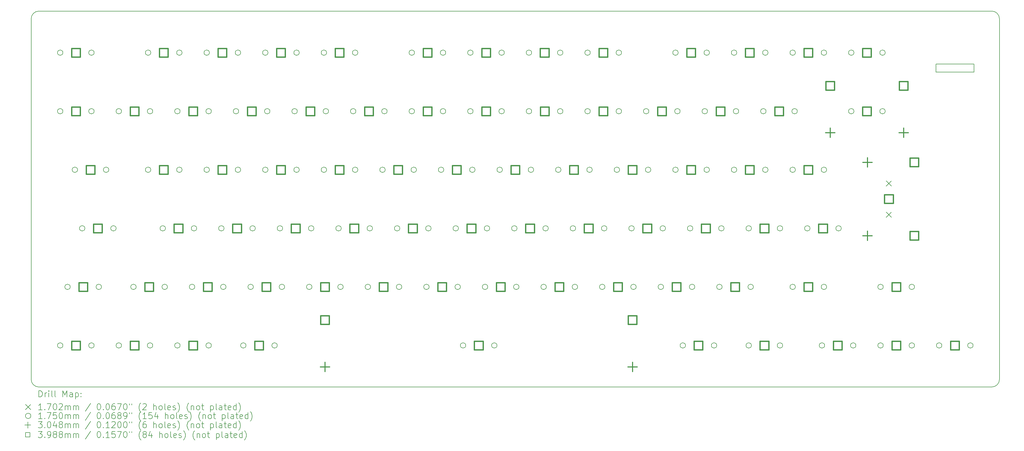
<source format=gbr>
%TF.GenerationSoftware,KiCad,Pcbnew,8.0.2-1*%
%TF.CreationDate,2024-08-02T01:43:11+02:00*%
%TF.ProjectId,keyboard,6b657962-6f61-4726-942e-6b696361645f,1.0*%
%TF.SameCoordinates,Original*%
%TF.FileFunction,Drillmap*%
%TF.FilePolarity,Positive*%
%FSLAX45Y45*%
G04 Gerber Fmt 4.5, Leading zero omitted, Abs format (unit mm)*
G04 Created by KiCad (PCBNEW 8.0.2-1) date 2024-08-02 01:43:11*
%MOMM*%
%LPD*%
G01*
G04 APERTURE LIST*
%ADD10C,0.200000*%
%ADD11C,0.170180*%
%ADD12C,0.175000*%
%ADD13C,0.304800*%
%ADD14C,0.398780*%
G04 APERTURE END LIST*
D10*
X5537777Y-20487500D02*
G75*
G02*
X5287780Y-20237500I3J250000D01*
G01*
X36517777Y-8257500D02*
X5537777Y-8257500D01*
X36767777Y-20237500D02*
G75*
G02*
X36517777Y-20487507I-250007J0D01*
G01*
X5287777Y-8507500D02*
G75*
G02*
X5537777Y-8257507I249993J0D01*
G01*
X21027777Y-20487500D02*
X36517777Y-20487500D01*
X5537777Y-20487500D02*
X21027777Y-20487500D01*
X34700000Y-9980000D02*
X35940000Y-9980000D01*
X35940000Y-10240000D01*
X34700000Y-10240000D01*
X34700000Y-9980000D01*
X5287777Y-8507500D02*
X5287777Y-20237500D01*
X36517777Y-8257500D02*
G75*
G02*
X36767780Y-8507500I3J-250000D01*
G01*
X36767777Y-20237500D02*
X36767777Y-8507500D01*
D11*
X33087062Y-13779410D02*
X33257242Y-13949590D01*
X33257242Y-13779410D02*
X33087062Y-13949590D01*
X33087062Y-14795410D02*
X33257242Y-14965590D01*
X33257242Y-14795410D02*
X33087062Y-14965590D01*
D12*
X6319777Y-9610000D02*
G75*
G02*
X6144777Y-9610000I-87500J0D01*
G01*
X6144777Y-9610000D02*
G75*
G02*
X6319777Y-9610000I87500J0D01*
G01*
X6319777Y-11515000D02*
G75*
G02*
X6144777Y-11515000I-87500J0D01*
G01*
X6144777Y-11515000D02*
G75*
G02*
X6319777Y-11515000I87500J0D01*
G01*
X6319777Y-19135000D02*
G75*
G02*
X6144777Y-19135000I-87500J0D01*
G01*
X6144777Y-19135000D02*
G75*
G02*
X6319777Y-19135000I87500J0D01*
G01*
X6557902Y-17230000D02*
G75*
G02*
X6382902Y-17230000I-87500J0D01*
G01*
X6382902Y-17230000D02*
G75*
G02*
X6557902Y-17230000I87500J0D01*
G01*
X6796027Y-13420000D02*
G75*
G02*
X6621027Y-13420000I-87500J0D01*
G01*
X6621027Y-13420000D02*
G75*
G02*
X6796027Y-13420000I87500J0D01*
G01*
X7034152Y-15325000D02*
G75*
G02*
X6859152Y-15325000I-87500J0D01*
G01*
X6859152Y-15325000D02*
G75*
G02*
X7034152Y-15325000I87500J0D01*
G01*
X7335777Y-9610000D02*
G75*
G02*
X7160777Y-9610000I-87500J0D01*
G01*
X7160777Y-9610000D02*
G75*
G02*
X7335777Y-9610000I87500J0D01*
G01*
X7335777Y-11515000D02*
G75*
G02*
X7160777Y-11515000I-87500J0D01*
G01*
X7160777Y-11515000D02*
G75*
G02*
X7335777Y-11515000I87500J0D01*
G01*
X7335777Y-19135000D02*
G75*
G02*
X7160777Y-19135000I-87500J0D01*
G01*
X7160777Y-19135000D02*
G75*
G02*
X7335777Y-19135000I87500J0D01*
G01*
X7573902Y-17230000D02*
G75*
G02*
X7398902Y-17230000I-87500J0D01*
G01*
X7398902Y-17230000D02*
G75*
G02*
X7573902Y-17230000I87500J0D01*
G01*
X7812027Y-13420000D02*
G75*
G02*
X7637027Y-13420000I-87500J0D01*
G01*
X7637027Y-13420000D02*
G75*
G02*
X7812027Y-13420000I87500J0D01*
G01*
X8050152Y-15325000D02*
G75*
G02*
X7875152Y-15325000I-87500J0D01*
G01*
X7875152Y-15325000D02*
G75*
G02*
X8050152Y-15325000I87500J0D01*
G01*
X8224777Y-11515000D02*
G75*
G02*
X8049777Y-11515000I-87500J0D01*
G01*
X8049777Y-11515000D02*
G75*
G02*
X8224777Y-11515000I87500J0D01*
G01*
X8224777Y-19135000D02*
G75*
G02*
X8049777Y-19135000I-87500J0D01*
G01*
X8049777Y-19135000D02*
G75*
G02*
X8224777Y-19135000I87500J0D01*
G01*
X8701027Y-17230000D02*
G75*
G02*
X8526027Y-17230000I-87500J0D01*
G01*
X8526027Y-17230000D02*
G75*
G02*
X8701027Y-17230000I87500J0D01*
G01*
X9177277Y-9610000D02*
G75*
G02*
X9002277Y-9610000I-87500J0D01*
G01*
X9002277Y-9610000D02*
G75*
G02*
X9177277Y-9610000I87500J0D01*
G01*
X9177277Y-13420000D02*
G75*
G02*
X9002277Y-13420000I-87500J0D01*
G01*
X9002277Y-13420000D02*
G75*
G02*
X9177277Y-13420000I87500J0D01*
G01*
X9240777Y-11515000D02*
G75*
G02*
X9065777Y-11515000I-87500J0D01*
G01*
X9065777Y-11515000D02*
G75*
G02*
X9240777Y-11515000I87500J0D01*
G01*
X9240777Y-19135000D02*
G75*
G02*
X9065777Y-19135000I-87500J0D01*
G01*
X9065777Y-19135000D02*
G75*
G02*
X9240777Y-19135000I87500J0D01*
G01*
X9653527Y-15325000D02*
G75*
G02*
X9478527Y-15325000I-87500J0D01*
G01*
X9478527Y-15325000D02*
G75*
G02*
X9653527Y-15325000I87500J0D01*
G01*
X9717027Y-17230000D02*
G75*
G02*
X9542027Y-17230000I-87500J0D01*
G01*
X9542027Y-17230000D02*
G75*
G02*
X9717027Y-17230000I87500J0D01*
G01*
X10129777Y-11515000D02*
G75*
G02*
X9954777Y-11515000I-87500J0D01*
G01*
X9954777Y-11515000D02*
G75*
G02*
X10129777Y-11515000I87500J0D01*
G01*
X10129777Y-19135000D02*
G75*
G02*
X9954777Y-19135000I-87500J0D01*
G01*
X9954777Y-19135000D02*
G75*
G02*
X10129777Y-19135000I87500J0D01*
G01*
X10193277Y-9610000D02*
G75*
G02*
X10018277Y-9610000I-87500J0D01*
G01*
X10018277Y-9610000D02*
G75*
G02*
X10193277Y-9610000I87500J0D01*
G01*
X10193277Y-13420000D02*
G75*
G02*
X10018277Y-13420000I-87500J0D01*
G01*
X10018277Y-13420000D02*
G75*
G02*
X10193277Y-13420000I87500J0D01*
G01*
X10606027Y-17230000D02*
G75*
G02*
X10431027Y-17230000I-87500J0D01*
G01*
X10431027Y-17230000D02*
G75*
G02*
X10606027Y-17230000I87500J0D01*
G01*
X10669527Y-15325000D02*
G75*
G02*
X10494527Y-15325000I-87500J0D01*
G01*
X10494527Y-15325000D02*
G75*
G02*
X10669527Y-15325000I87500J0D01*
G01*
X11082277Y-9610000D02*
G75*
G02*
X10907277Y-9610000I-87500J0D01*
G01*
X10907277Y-9610000D02*
G75*
G02*
X11082277Y-9610000I87500J0D01*
G01*
X11082277Y-13420000D02*
G75*
G02*
X10907277Y-13420000I-87500J0D01*
G01*
X10907277Y-13420000D02*
G75*
G02*
X11082277Y-13420000I87500J0D01*
G01*
X11145777Y-11515000D02*
G75*
G02*
X10970777Y-11515000I-87500J0D01*
G01*
X10970777Y-11515000D02*
G75*
G02*
X11145777Y-11515000I87500J0D01*
G01*
X11145777Y-19135000D02*
G75*
G02*
X10970777Y-19135000I-87500J0D01*
G01*
X10970777Y-19135000D02*
G75*
G02*
X11145777Y-19135000I87500J0D01*
G01*
X11558527Y-15325000D02*
G75*
G02*
X11383527Y-15325000I-87500J0D01*
G01*
X11383527Y-15325000D02*
G75*
G02*
X11558527Y-15325000I87500J0D01*
G01*
X11622027Y-17230000D02*
G75*
G02*
X11447027Y-17230000I-87500J0D01*
G01*
X11447027Y-17230000D02*
G75*
G02*
X11622027Y-17230000I87500J0D01*
G01*
X12034777Y-11515000D02*
G75*
G02*
X11859777Y-11515000I-87500J0D01*
G01*
X11859777Y-11515000D02*
G75*
G02*
X12034777Y-11515000I87500J0D01*
G01*
X12098277Y-9610000D02*
G75*
G02*
X11923277Y-9610000I-87500J0D01*
G01*
X11923277Y-9610000D02*
G75*
G02*
X12098277Y-9610000I87500J0D01*
G01*
X12098277Y-13420000D02*
G75*
G02*
X11923277Y-13420000I-87500J0D01*
G01*
X11923277Y-13420000D02*
G75*
G02*
X12098277Y-13420000I87500J0D01*
G01*
X12272902Y-19135000D02*
G75*
G02*
X12097902Y-19135000I-87500J0D01*
G01*
X12097902Y-19135000D02*
G75*
G02*
X12272902Y-19135000I87500J0D01*
G01*
X12511027Y-17230000D02*
G75*
G02*
X12336027Y-17230000I-87500J0D01*
G01*
X12336027Y-17230000D02*
G75*
G02*
X12511027Y-17230000I87500J0D01*
G01*
X12574527Y-15325000D02*
G75*
G02*
X12399527Y-15325000I-87500J0D01*
G01*
X12399527Y-15325000D02*
G75*
G02*
X12574527Y-15325000I87500J0D01*
G01*
X12987277Y-9610000D02*
G75*
G02*
X12812277Y-9610000I-87500J0D01*
G01*
X12812277Y-9610000D02*
G75*
G02*
X12987277Y-9610000I87500J0D01*
G01*
X12987277Y-13420000D02*
G75*
G02*
X12812277Y-13420000I-87500J0D01*
G01*
X12812277Y-13420000D02*
G75*
G02*
X12987277Y-13420000I87500J0D01*
G01*
X13050777Y-11515000D02*
G75*
G02*
X12875777Y-11515000I-87500J0D01*
G01*
X12875777Y-11515000D02*
G75*
G02*
X13050777Y-11515000I87500J0D01*
G01*
X13288902Y-19135000D02*
G75*
G02*
X13113902Y-19135000I-87500J0D01*
G01*
X13113902Y-19135000D02*
G75*
G02*
X13288902Y-19135000I87500J0D01*
G01*
X13463527Y-15325000D02*
G75*
G02*
X13288527Y-15325000I-87500J0D01*
G01*
X13288527Y-15325000D02*
G75*
G02*
X13463527Y-15325000I87500J0D01*
G01*
X13527027Y-17230000D02*
G75*
G02*
X13352027Y-17230000I-87500J0D01*
G01*
X13352027Y-17230000D02*
G75*
G02*
X13527027Y-17230000I87500J0D01*
G01*
X13939777Y-11515000D02*
G75*
G02*
X13764777Y-11515000I-87500J0D01*
G01*
X13764777Y-11515000D02*
G75*
G02*
X13939777Y-11515000I87500J0D01*
G01*
X14003277Y-9610000D02*
G75*
G02*
X13828277Y-9610000I-87500J0D01*
G01*
X13828277Y-9610000D02*
G75*
G02*
X14003277Y-9610000I87500J0D01*
G01*
X14003277Y-13420000D02*
G75*
G02*
X13828277Y-13420000I-87500J0D01*
G01*
X13828277Y-13420000D02*
G75*
G02*
X14003277Y-13420000I87500J0D01*
G01*
X14416027Y-17230000D02*
G75*
G02*
X14241027Y-17230000I-87500J0D01*
G01*
X14241027Y-17230000D02*
G75*
G02*
X14416027Y-17230000I87500J0D01*
G01*
X14479527Y-15325000D02*
G75*
G02*
X14304527Y-15325000I-87500J0D01*
G01*
X14304527Y-15325000D02*
G75*
G02*
X14479527Y-15325000I87500J0D01*
G01*
X14892277Y-9610000D02*
G75*
G02*
X14717277Y-9610000I-87500J0D01*
G01*
X14717277Y-9610000D02*
G75*
G02*
X14892277Y-9610000I87500J0D01*
G01*
X14892277Y-13420000D02*
G75*
G02*
X14717277Y-13420000I-87500J0D01*
G01*
X14717277Y-13420000D02*
G75*
G02*
X14892277Y-13420000I87500J0D01*
G01*
X14955777Y-11515000D02*
G75*
G02*
X14780777Y-11515000I-87500J0D01*
G01*
X14780777Y-11515000D02*
G75*
G02*
X14955777Y-11515000I87500J0D01*
G01*
X15368527Y-15325000D02*
G75*
G02*
X15193527Y-15325000I-87500J0D01*
G01*
X15193527Y-15325000D02*
G75*
G02*
X15368527Y-15325000I87500J0D01*
G01*
X15432027Y-17230000D02*
G75*
G02*
X15257027Y-17230000I-87500J0D01*
G01*
X15257027Y-17230000D02*
G75*
G02*
X15432027Y-17230000I87500J0D01*
G01*
X15844777Y-11515000D02*
G75*
G02*
X15669777Y-11515000I-87500J0D01*
G01*
X15669777Y-11515000D02*
G75*
G02*
X15844777Y-11515000I87500J0D01*
G01*
X15908277Y-9610000D02*
G75*
G02*
X15733277Y-9610000I-87500J0D01*
G01*
X15733277Y-9610000D02*
G75*
G02*
X15908277Y-9610000I87500J0D01*
G01*
X15908277Y-13420000D02*
G75*
G02*
X15733277Y-13420000I-87500J0D01*
G01*
X15733277Y-13420000D02*
G75*
G02*
X15908277Y-13420000I87500J0D01*
G01*
X16321027Y-17230000D02*
G75*
G02*
X16146027Y-17230000I-87500J0D01*
G01*
X16146027Y-17230000D02*
G75*
G02*
X16321027Y-17230000I87500J0D01*
G01*
X16384527Y-15325000D02*
G75*
G02*
X16209527Y-15325000I-87500J0D01*
G01*
X16209527Y-15325000D02*
G75*
G02*
X16384527Y-15325000I87500J0D01*
G01*
X16797277Y-13420000D02*
G75*
G02*
X16622277Y-13420000I-87500J0D01*
G01*
X16622277Y-13420000D02*
G75*
G02*
X16797277Y-13420000I87500J0D01*
G01*
X16860777Y-11515000D02*
G75*
G02*
X16685777Y-11515000I-87500J0D01*
G01*
X16685777Y-11515000D02*
G75*
G02*
X16860777Y-11515000I87500J0D01*
G01*
X17273527Y-15325000D02*
G75*
G02*
X17098527Y-15325000I-87500J0D01*
G01*
X17098527Y-15325000D02*
G75*
G02*
X17273527Y-15325000I87500J0D01*
G01*
X17337027Y-17230000D02*
G75*
G02*
X17162027Y-17230000I-87500J0D01*
G01*
X17162027Y-17230000D02*
G75*
G02*
X17337027Y-17230000I87500J0D01*
G01*
X17749777Y-9610000D02*
G75*
G02*
X17574777Y-9610000I-87500J0D01*
G01*
X17574777Y-9610000D02*
G75*
G02*
X17749777Y-9610000I87500J0D01*
G01*
X17749777Y-11515000D02*
G75*
G02*
X17574777Y-11515000I-87500J0D01*
G01*
X17574777Y-11515000D02*
G75*
G02*
X17749777Y-11515000I87500J0D01*
G01*
X17813277Y-13420000D02*
G75*
G02*
X17638277Y-13420000I-87500J0D01*
G01*
X17638277Y-13420000D02*
G75*
G02*
X17813277Y-13420000I87500J0D01*
G01*
X18226027Y-17230000D02*
G75*
G02*
X18051027Y-17230000I-87500J0D01*
G01*
X18051027Y-17230000D02*
G75*
G02*
X18226027Y-17230000I87500J0D01*
G01*
X18289527Y-15325000D02*
G75*
G02*
X18114527Y-15325000I-87500J0D01*
G01*
X18114527Y-15325000D02*
G75*
G02*
X18289527Y-15325000I87500J0D01*
G01*
X18702277Y-13420000D02*
G75*
G02*
X18527277Y-13420000I-87500J0D01*
G01*
X18527277Y-13420000D02*
G75*
G02*
X18702277Y-13420000I87500J0D01*
G01*
X18765777Y-9610000D02*
G75*
G02*
X18590777Y-9610000I-87500J0D01*
G01*
X18590777Y-9610000D02*
G75*
G02*
X18765777Y-9610000I87500J0D01*
G01*
X18765777Y-11515000D02*
G75*
G02*
X18590777Y-11515000I-87500J0D01*
G01*
X18590777Y-11515000D02*
G75*
G02*
X18765777Y-11515000I87500J0D01*
G01*
X19178527Y-15325000D02*
G75*
G02*
X19003527Y-15325000I-87500J0D01*
G01*
X19003527Y-15325000D02*
G75*
G02*
X19178527Y-15325000I87500J0D01*
G01*
X19242027Y-17230000D02*
G75*
G02*
X19067027Y-17230000I-87500J0D01*
G01*
X19067027Y-17230000D02*
G75*
G02*
X19242027Y-17230000I87500J0D01*
G01*
X19416652Y-19135000D02*
G75*
G02*
X19241652Y-19135000I-87500J0D01*
G01*
X19241652Y-19135000D02*
G75*
G02*
X19416652Y-19135000I87500J0D01*
G01*
X19654777Y-9610000D02*
G75*
G02*
X19479777Y-9610000I-87500J0D01*
G01*
X19479777Y-9610000D02*
G75*
G02*
X19654777Y-9610000I87500J0D01*
G01*
X19654777Y-11515000D02*
G75*
G02*
X19479777Y-11515000I-87500J0D01*
G01*
X19479777Y-11515000D02*
G75*
G02*
X19654777Y-11515000I87500J0D01*
G01*
X19718277Y-13420000D02*
G75*
G02*
X19543277Y-13420000I-87500J0D01*
G01*
X19543277Y-13420000D02*
G75*
G02*
X19718277Y-13420000I87500J0D01*
G01*
X20131027Y-17230000D02*
G75*
G02*
X19956027Y-17230000I-87500J0D01*
G01*
X19956027Y-17230000D02*
G75*
G02*
X20131027Y-17230000I87500J0D01*
G01*
X20194527Y-15325000D02*
G75*
G02*
X20019527Y-15325000I-87500J0D01*
G01*
X20019527Y-15325000D02*
G75*
G02*
X20194527Y-15325000I87500J0D01*
G01*
X20432652Y-19135000D02*
G75*
G02*
X20257652Y-19135000I-87500J0D01*
G01*
X20257652Y-19135000D02*
G75*
G02*
X20432652Y-19135000I87500J0D01*
G01*
X20607277Y-13420000D02*
G75*
G02*
X20432277Y-13420000I-87500J0D01*
G01*
X20432277Y-13420000D02*
G75*
G02*
X20607277Y-13420000I87500J0D01*
G01*
X20670777Y-9610000D02*
G75*
G02*
X20495777Y-9610000I-87500J0D01*
G01*
X20495777Y-9610000D02*
G75*
G02*
X20670777Y-9610000I87500J0D01*
G01*
X20670777Y-11515000D02*
G75*
G02*
X20495777Y-11515000I-87500J0D01*
G01*
X20495777Y-11515000D02*
G75*
G02*
X20670777Y-11515000I87500J0D01*
G01*
X21083527Y-15325000D02*
G75*
G02*
X20908527Y-15325000I-87500J0D01*
G01*
X20908527Y-15325000D02*
G75*
G02*
X21083527Y-15325000I87500J0D01*
G01*
X21147027Y-17230000D02*
G75*
G02*
X20972027Y-17230000I-87500J0D01*
G01*
X20972027Y-17230000D02*
G75*
G02*
X21147027Y-17230000I87500J0D01*
G01*
X21558500Y-9610000D02*
G75*
G02*
X21383500Y-9610000I-87500J0D01*
G01*
X21383500Y-9610000D02*
G75*
G02*
X21558500Y-9610000I87500J0D01*
G01*
X21559777Y-11515000D02*
G75*
G02*
X21384777Y-11515000I-87500J0D01*
G01*
X21384777Y-11515000D02*
G75*
G02*
X21559777Y-11515000I87500J0D01*
G01*
X21623277Y-13420000D02*
G75*
G02*
X21448277Y-13420000I-87500J0D01*
G01*
X21448277Y-13420000D02*
G75*
G02*
X21623277Y-13420000I87500J0D01*
G01*
X22036027Y-17230000D02*
G75*
G02*
X21861027Y-17230000I-87500J0D01*
G01*
X21861027Y-17230000D02*
G75*
G02*
X22036027Y-17230000I87500J0D01*
G01*
X22099527Y-15325000D02*
G75*
G02*
X21924527Y-15325000I-87500J0D01*
G01*
X21924527Y-15325000D02*
G75*
G02*
X22099527Y-15325000I87500J0D01*
G01*
X22512277Y-13420000D02*
G75*
G02*
X22337277Y-13420000I-87500J0D01*
G01*
X22337277Y-13420000D02*
G75*
G02*
X22512277Y-13420000I87500J0D01*
G01*
X22574500Y-9610000D02*
G75*
G02*
X22399500Y-9610000I-87500J0D01*
G01*
X22399500Y-9610000D02*
G75*
G02*
X22574500Y-9610000I87500J0D01*
G01*
X22575777Y-11515000D02*
G75*
G02*
X22400777Y-11515000I-87500J0D01*
G01*
X22400777Y-11515000D02*
G75*
G02*
X22575777Y-11515000I87500J0D01*
G01*
X22988527Y-15325000D02*
G75*
G02*
X22813527Y-15325000I-87500J0D01*
G01*
X22813527Y-15325000D02*
G75*
G02*
X22988527Y-15325000I87500J0D01*
G01*
X23052027Y-17230000D02*
G75*
G02*
X22877027Y-17230000I-87500J0D01*
G01*
X22877027Y-17230000D02*
G75*
G02*
X23052027Y-17230000I87500J0D01*
G01*
X23464777Y-9610000D02*
G75*
G02*
X23289777Y-9610000I-87500J0D01*
G01*
X23289777Y-9610000D02*
G75*
G02*
X23464777Y-9610000I87500J0D01*
G01*
X23464777Y-11515000D02*
G75*
G02*
X23289777Y-11515000I-87500J0D01*
G01*
X23289777Y-11515000D02*
G75*
G02*
X23464777Y-11515000I87500J0D01*
G01*
X23528277Y-13420000D02*
G75*
G02*
X23353277Y-13420000I-87500J0D01*
G01*
X23353277Y-13420000D02*
G75*
G02*
X23528277Y-13420000I87500J0D01*
G01*
X23941027Y-17230000D02*
G75*
G02*
X23766027Y-17230000I-87500J0D01*
G01*
X23766027Y-17230000D02*
G75*
G02*
X23941027Y-17230000I87500J0D01*
G01*
X24004527Y-15325000D02*
G75*
G02*
X23829527Y-15325000I-87500J0D01*
G01*
X23829527Y-15325000D02*
G75*
G02*
X24004527Y-15325000I87500J0D01*
G01*
X24417277Y-13420000D02*
G75*
G02*
X24242277Y-13420000I-87500J0D01*
G01*
X24242277Y-13420000D02*
G75*
G02*
X24417277Y-13420000I87500J0D01*
G01*
X24480777Y-9610000D02*
G75*
G02*
X24305777Y-9610000I-87500J0D01*
G01*
X24305777Y-9610000D02*
G75*
G02*
X24480777Y-9610000I87500J0D01*
G01*
X24480777Y-11515000D02*
G75*
G02*
X24305777Y-11515000I-87500J0D01*
G01*
X24305777Y-11515000D02*
G75*
G02*
X24480777Y-11515000I87500J0D01*
G01*
X24893527Y-15325000D02*
G75*
G02*
X24718527Y-15325000I-87500J0D01*
G01*
X24718527Y-15325000D02*
G75*
G02*
X24893527Y-15325000I87500J0D01*
G01*
X24957027Y-17230000D02*
G75*
G02*
X24782027Y-17230000I-87500J0D01*
G01*
X24782027Y-17230000D02*
G75*
G02*
X24957027Y-17230000I87500J0D01*
G01*
X25369777Y-11515000D02*
G75*
G02*
X25194777Y-11515000I-87500J0D01*
G01*
X25194777Y-11515000D02*
G75*
G02*
X25369777Y-11515000I87500J0D01*
G01*
X25433277Y-13420000D02*
G75*
G02*
X25258277Y-13420000I-87500J0D01*
G01*
X25258277Y-13420000D02*
G75*
G02*
X25433277Y-13420000I87500J0D01*
G01*
X25846027Y-17230000D02*
G75*
G02*
X25671027Y-17230000I-87500J0D01*
G01*
X25671027Y-17230000D02*
G75*
G02*
X25846027Y-17230000I87500J0D01*
G01*
X25909527Y-15325000D02*
G75*
G02*
X25734527Y-15325000I-87500J0D01*
G01*
X25734527Y-15325000D02*
G75*
G02*
X25909527Y-15325000I87500J0D01*
G01*
X26322277Y-9610000D02*
G75*
G02*
X26147277Y-9610000I-87500J0D01*
G01*
X26147277Y-9610000D02*
G75*
G02*
X26322277Y-9610000I87500J0D01*
G01*
X26322277Y-13420000D02*
G75*
G02*
X26147277Y-13420000I-87500J0D01*
G01*
X26147277Y-13420000D02*
G75*
G02*
X26322277Y-13420000I87500J0D01*
G01*
X26385777Y-11515000D02*
G75*
G02*
X26210777Y-11515000I-87500J0D01*
G01*
X26210777Y-11515000D02*
G75*
G02*
X26385777Y-11515000I87500J0D01*
G01*
X26560402Y-19135000D02*
G75*
G02*
X26385402Y-19135000I-87500J0D01*
G01*
X26385402Y-19135000D02*
G75*
G02*
X26560402Y-19135000I87500J0D01*
G01*
X26798527Y-15325000D02*
G75*
G02*
X26623527Y-15325000I-87500J0D01*
G01*
X26623527Y-15325000D02*
G75*
G02*
X26798527Y-15325000I87500J0D01*
G01*
X26862027Y-17230000D02*
G75*
G02*
X26687027Y-17230000I-87500J0D01*
G01*
X26687027Y-17230000D02*
G75*
G02*
X26862027Y-17230000I87500J0D01*
G01*
X27274777Y-11515000D02*
G75*
G02*
X27099777Y-11515000I-87500J0D01*
G01*
X27099777Y-11515000D02*
G75*
G02*
X27274777Y-11515000I87500J0D01*
G01*
X27338277Y-9610000D02*
G75*
G02*
X27163277Y-9610000I-87500J0D01*
G01*
X27163277Y-9610000D02*
G75*
G02*
X27338277Y-9610000I87500J0D01*
G01*
X27338277Y-13420000D02*
G75*
G02*
X27163277Y-13420000I-87500J0D01*
G01*
X27163277Y-13420000D02*
G75*
G02*
X27338277Y-13420000I87500J0D01*
G01*
X27576402Y-19135000D02*
G75*
G02*
X27401402Y-19135000I-87500J0D01*
G01*
X27401402Y-19135000D02*
G75*
G02*
X27576402Y-19135000I87500J0D01*
G01*
X27751027Y-17230000D02*
G75*
G02*
X27576027Y-17230000I-87500J0D01*
G01*
X27576027Y-17230000D02*
G75*
G02*
X27751027Y-17230000I87500J0D01*
G01*
X27814527Y-15325000D02*
G75*
G02*
X27639527Y-15325000I-87500J0D01*
G01*
X27639527Y-15325000D02*
G75*
G02*
X27814527Y-15325000I87500J0D01*
G01*
X28227277Y-9610000D02*
G75*
G02*
X28052277Y-9610000I-87500J0D01*
G01*
X28052277Y-9610000D02*
G75*
G02*
X28227277Y-9610000I87500J0D01*
G01*
X28227277Y-13420000D02*
G75*
G02*
X28052277Y-13420000I-87500J0D01*
G01*
X28052277Y-13420000D02*
G75*
G02*
X28227277Y-13420000I87500J0D01*
G01*
X28290777Y-11515000D02*
G75*
G02*
X28115777Y-11515000I-87500J0D01*
G01*
X28115777Y-11515000D02*
G75*
G02*
X28290777Y-11515000I87500J0D01*
G01*
X28703527Y-15325000D02*
G75*
G02*
X28528527Y-15325000I-87500J0D01*
G01*
X28528527Y-15325000D02*
G75*
G02*
X28703527Y-15325000I87500J0D01*
G01*
X28703527Y-19135000D02*
G75*
G02*
X28528527Y-19135000I-87500J0D01*
G01*
X28528527Y-19135000D02*
G75*
G02*
X28703527Y-19135000I87500J0D01*
G01*
X28767027Y-17230000D02*
G75*
G02*
X28592027Y-17230000I-87500J0D01*
G01*
X28592027Y-17230000D02*
G75*
G02*
X28767027Y-17230000I87500J0D01*
G01*
X29179777Y-11515000D02*
G75*
G02*
X29004777Y-11515000I-87500J0D01*
G01*
X29004777Y-11515000D02*
G75*
G02*
X29179777Y-11515000I87500J0D01*
G01*
X29243277Y-9610000D02*
G75*
G02*
X29068277Y-9610000I-87500J0D01*
G01*
X29068277Y-9610000D02*
G75*
G02*
X29243277Y-9610000I87500J0D01*
G01*
X29243277Y-13420000D02*
G75*
G02*
X29068277Y-13420000I-87500J0D01*
G01*
X29068277Y-13420000D02*
G75*
G02*
X29243277Y-13420000I87500J0D01*
G01*
X29719527Y-15325000D02*
G75*
G02*
X29544527Y-15325000I-87500J0D01*
G01*
X29544527Y-15325000D02*
G75*
G02*
X29719527Y-15325000I87500J0D01*
G01*
X29719527Y-19135000D02*
G75*
G02*
X29544527Y-19135000I-87500J0D01*
G01*
X29544527Y-19135000D02*
G75*
G02*
X29719527Y-19135000I87500J0D01*
G01*
X30132277Y-9610000D02*
G75*
G02*
X29957277Y-9610000I-87500J0D01*
G01*
X29957277Y-9610000D02*
G75*
G02*
X30132277Y-9610000I87500J0D01*
G01*
X30132277Y-13420000D02*
G75*
G02*
X29957277Y-13420000I-87500J0D01*
G01*
X29957277Y-13420000D02*
G75*
G02*
X30132277Y-13420000I87500J0D01*
G01*
X30132277Y-17230000D02*
G75*
G02*
X29957277Y-17230000I-87500J0D01*
G01*
X29957277Y-17230000D02*
G75*
G02*
X30132277Y-17230000I87500J0D01*
G01*
X30195777Y-11515000D02*
G75*
G02*
X30020777Y-11515000I-87500J0D01*
G01*
X30020777Y-11515000D02*
G75*
G02*
X30195777Y-11515000I87500J0D01*
G01*
X30608527Y-15325000D02*
G75*
G02*
X30433527Y-15325000I-87500J0D01*
G01*
X30433527Y-15325000D02*
G75*
G02*
X30608527Y-15325000I87500J0D01*
G01*
X31084777Y-19135000D02*
G75*
G02*
X30909777Y-19135000I-87500J0D01*
G01*
X30909777Y-19135000D02*
G75*
G02*
X31084777Y-19135000I87500J0D01*
G01*
X31148277Y-9610000D02*
G75*
G02*
X30973277Y-9610000I-87500J0D01*
G01*
X30973277Y-9610000D02*
G75*
G02*
X31148277Y-9610000I87500J0D01*
G01*
X31148277Y-13420000D02*
G75*
G02*
X30973277Y-13420000I-87500J0D01*
G01*
X30973277Y-13420000D02*
G75*
G02*
X31148277Y-13420000I87500J0D01*
G01*
X31148277Y-17230000D02*
G75*
G02*
X30973277Y-17230000I-87500J0D01*
G01*
X30973277Y-17230000D02*
G75*
G02*
X31148277Y-17230000I87500J0D01*
G01*
X31624527Y-15325000D02*
G75*
G02*
X31449527Y-15325000I-87500J0D01*
G01*
X31449527Y-15325000D02*
G75*
G02*
X31624527Y-15325000I87500J0D01*
G01*
X32037277Y-9610000D02*
G75*
G02*
X31862277Y-9610000I-87500J0D01*
G01*
X31862277Y-9610000D02*
G75*
G02*
X32037277Y-9610000I87500J0D01*
G01*
X32037277Y-11515000D02*
G75*
G02*
X31862277Y-11515000I-87500J0D01*
G01*
X31862277Y-11515000D02*
G75*
G02*
X32037277Y-11515000I87500J0D01*
G01*
X32100777Y-19135000D02*
G75*
G02*
X31925777Y-19135000I-87500J0D01*
G01*
X31925777Y-19135000D02*
G75*
G02*
X32100777Y-19135000I87500J0D01*
G01*
X32989777Y-17230000D02*
G75*
G02*
X32814777Y-17230000I-87500J0D01*
G01*
X32814777Y-17230000D02*
G75*
G02*
X32989777Y-17230000I87500J0D01*
G01*
X32989777Y-19135000D02*
G75*
G02*
X32814777Y-19135000I-87500J0D01*
G01*
X32814777Y-19135000D02*
G75*
G02*
X32989777Y-19135000I87500J0D01*
G01*
X33053277Y-9610000D02*
G75*
G02*
X32878277Y-9610000I-87500J0D01*
G01*
X32878277Y-9610000D02*
G75*
G02*
X33053277Y-9610000I87500J0D01*
G01*
X33053277Y-11515000D02*
G75*
G02*
X32878277Y-11515000I-87500J0D01*
G01*
X32878277Y-11515000D02*
G75*
G02*
X33053277Y-11515000I87500J0D01*
G01*
X34005777Y-17230000D02*
G75*
G02*
X33830777Y-17230000I-87500J0D01*
G01*
X33830777Y-17230000D02*
G75*
G02*
X34005777Y-17230000I87500J0D01*
G01*
X34005777Y-19135000D02*
G75*
G02*
X33830777Y-19135000I-87500J0D01*
G01*
X33830777Y-19135000D02*
G75*
G02*
X34005777Y-19135000I87500J0D01*
G01*
X34894777Y-19135000D02*
G75*
G02*
X34719777Y-19135000I-87500J0D01*
G01*
X34719777Y-19135000D02*
G75*
G02*
X34894777Y-19135000I87500J0D01*
G01*
X35910777Y-19135000D02*
G75*
G02*
X35735777Y-19135000I-87500J0D01*
G01*
X35735777Y-19135000D02*
G75*
G02*
X35910777Y-19135000I87500J0D01*
G01*
D13*
X14837162Y-19681100D02*
X14837162Y-19985900D01*
X14684762Y-19833500D02*
X14989562Y-19833500D01*
X24837142Y-19681100D02*
X24837142Y-19985900D01*
X24684742Y-19833500D02*
X24989542Y-19833500D01*
X31263977Y-12061100D02*
X31263977Y-12365900D01*
X31111577Y-12213500D02*
X31416377Y-12213500D01*
X32473652Y-13026300D02*
X32473652Y-13331100D01*
X32321252Y-13178700D02*
X32626052Y-13178700D01*
X32473652Y-15413900D02*
X32473652Y-15718700D01*
X32321252Y-15566300D02*
X32626052Y-15566300D01*
X33651577Y-12061100D02*
X33651577Y-12365900D01*
X33499177Y-12213500D02*
X33803977Y-12213500D01*
D14*
X6881268Y-9750991D02*
X6881268Y-9469009D01*
X6599285Y-9469009D01*
X6599285Y-9750991D01*
X6881268Y-9750991D01*
X6881268Y-11655991D02*
X6881268Y-11374009D01*
X6599285Y-11374009D01*
X6599285Y-11655991D01*
X6881268Y-11655991D01*
X6881268Y-19275991D02*
X6881268Y-18994009D01*
X6599285Y-18994009D01*
X6599285Y-19275991D01*
X6881268Y-19275991D01*
X7119393Y-17370991D02*
X7119393Y-17089009D01*
X6837410Y-17089009D01*
X6837410Y-17370991D01*
X7119393Y-17370991D01*
X7357518Y-13560991D02*
X7357518Y-13279009D01*
X7075535Y-13279009D01*
X7075535Y-13560991D01*
X7357518Y-13560991D01*
X7595643Y-15465991D02*
X7595643Y-15184009D01*
X7313660Y-15184009D01*
X7313660Y-15465991D01*
X7595643Y-15465991D01*
X8786268Y-11655991D02*
X8786268Y-11374009D01*
X8504285Y-11374009D01*
X8504285Y-11655991D01*
X8786268Y-11655991D01*
X8786268Y-19275991D02*
X8786268Y-18994009D01*
X8504285Y-18994009D01*
X8504285Y-19275991D01*
X8786268Y-19275991D01*
X9262518Y-17370991D02*
X9262518Y-17089009D01*
X8980535Y-17089009D01*
X8980535Y-17370991D01*
X9262518Y-17370991D01*
X9738768Y-9750991D02*
X9738768Y-9469009D01*
X9456785Y-9469009D01*
X9456785Y-9750991D01*
X9738768Y-9750991D01*
X9738768Y-13560991D02*
X9738768Y-13279009D01*
X9456785Y-13279009D01*
X9456785Y-13560991D01*
X9738768Y-13560991D01*
X10215018Y-15465991D02*
X10215018Y-15184009D01*
X9933035Y-15184009D01*
X9933035Y-15465991D01*
X10215018Y-15465991D01*
X10691268Y-11655991D02*
X10691268Y-11374009D01*
X10409285Y-11374009D01*
X10409285Y-11655991D01*
X10691268Y-11655991D01*
X10691268Y-19275991D02*
X10691268Y-18994009D01*
X10409285Y-18994009D01*
X10409285Y-19275991D01*
X10691268Y-19275991D01*
X11167518Y-17370991D02*
X11167518Y-17089009D01*
X10885535Y-17089009D01*
X10885535Y-17370991D01*
X11167518Y-17370991D01*
X11643768Y-9750991D02*
X11643768Y-9469009D01*
X11361785Y-9469009D01*
X11361785Y-9750991D01*
X11643768Y-9750991D01*
X11643768Y-13560991D02*
X11643768Y-13279009D01*
X11361785Y-13279009D01*
X11361785Y-13560991D01*
X11643768Y-13560991D01*
X12120018Y-15465991D02*
X12120018Y-15184009D01*
X11838035Y-15184009D01*
X11838035Y-15465991D01*
X12120018Y-15465991D01*
X12596268Y-11655991D02*
X12596268Y-11374009D01*
X12314285Y-11374009D01*
X12314285Y-11655991D01*
X12596268Y-11655991D01*
X12834393Y-19275991D02*
X12834393Y-18994009D01*
X12552410Y-18994009D01*
X12552410Y-19275991D01*
X12834393Y-19275991D01*
X13072518Y-17370991D02*
X13072518Y-17089009D01*
X12790535Y-17089009D01*
X12790535Y-17370991D01*
X13072518Y-17370991D01*
X13548768Y-9750991D02*
X13548768Y-9469009D01*
X13266785Y-9469009D01*
X13266785Y-9750991D01*
X13548768Y-9750991D01*
X13548768Y-13560991D02*
X13548768Y-13279009D01*
X13266785Y-13279009D01*
X13266785Y-13560991D01*
X13548768Y-13560991D01*
X14025018Y-15465991D02*
X14025018Y-15184009D01*
X13743035Y-15184009D01*
X13743035Y-15465991D01*
X14025018Y-15465991D01*
X14501268Y-11655991D02*
X14501268Y-11374009D01*
X14219285Y-11374009D01*
X14219285Y-11655991D01*
X14501268Y-11655991D01*
X14977518Y-17370991D02*
X14977518Y-17089009D01*
X14695535Y-17089009D01*
X14695535Y-17370991D01*
X14977518Y-17370991D01*
X14978153Y-18450491D02*
X14978153Y-18168509D01*
X14696170Y-18168509D01*
X14696170Y-18450491D01*
X14978153Y-18450491D01*
X15453768Y-9750991D02*
X15453768Y-9469009D01*
X15171785Y-9469009D01*
X15171785Y-9750991D01*
X15453768Y-9750991D01*
X15453768Y-13560991D02*
X15453768Y-13279009D01*
X15171785Y-13279009D01*
X15171785Y-13560991D01*
X15453768Y-13560991D01*
X15930018Y-15465991D02*
X15930018Y-15184009D01*
X15648035Y-15184009D01*
X15648035Y-15465991D01*
X15930018Y-15465991D01*
X16406268Y-11655991D02*
X16406268Y-11374009D01*
X16124285Y-11374009D01*
X16124285Y-11655991D01*
X16406268Y-11655991D01*
X16882518Y-17370991D02*
X16882518Y-17089009D01*
X16600535Y-17089009D01*
X16600535Y-17370991D01*
X16882518Y-17370991D01*
X17358768Y-13560991D02*
X17358768Y-13279009D01*
X17076785Y-13279009D01*
X17076785Y-13560991D01*
X17358768Y-13560991D01*
X17835018Y-15465991D02*
X17835018Y-15184009D01*
X17553035Y-15184009D01*
X17553035Y-15465991D01*
X17835018Y-15465991D01*
X18311268Y-9750991D02*
X18311268Y-9469009D01*
X18029285Y-9469009D01*
X18029285Y-9750991D01*
X18311268Y-9750991D01*
X18311268Y-11655991D02*
X18311268Y-11374009D01*
X18029285Y-11374009D01*
X18029285Y-11655991D01*
X18311268Y-11655991D01*
X18787518Y-17370991D02*
X18787518Y-17089009D01*
X18505535Y-17089009D01*
X18505535Y-17370991D01*
X18787518Y-17370991D01*
X19263768Y-13560991D02*
X19263768Y-13279009D01*
X18981785Y-13279009D01*
X18981785Y-13560991D01*
X19263768Y-13560991D01*
X19740018Y-15465991D02*
X19740018Y-15184009D01*
X19458035Y-15184009D01*
X19458035Y-15465991D01*
X19740018Y-15465991D01*
X19978143Y-19275991D02*
X19978143Y-18994009D01*
X19696160Y-18994009D01*
X19696160Y-19275991D01*
X19978143Y-19275991D01*
X20216268Y-9750991D02*
X20216268Y-9469009D01*
X19934285Y-9469009D01*
X19934285Y-9750991D01*
X20216268Y-9750991D01*
X20216268Y-11655991D02*
X20216268Y-11374009D01*
X19934285Y-11374009D01*
X19934285Y-11655991D01*
X20216268Y-11655991D01*
X20692518Y-17370991D02*
X20692518Y-17089009D01*
X20410535Y-17089009D01*
X20410535Y-17370991D01*
X20692518Y-17370991D01*
X21168768Y-13560991D02*
X21168768Y-13279009D01*
X20886785Y-13279009D01*
X20886785Y-13560991D01*
X21168768Y-13560991D01*
X21645018Y-15465991D02*
X21645018Y-15184009D01*
X21363035Y-15184009D01*
X21363035Y-15465991D01*
X21645018Y-15465991D01*
X22119991Y-9750991D02*
X22119991Y-9469009D01*
X21838009Y-9469009D01*
X21838009Y-9750991D01*
X22119991Y-9750991D01*
X22121268Y-11655991D02*
X22121268Y-11374009D01*
X21839285Y-11374009D01*
X21839285Y-11655991D01*
X22121268Y-11655991D01*
X22597518Y-17370991D02*
X22597518Y-17089009D01*
X22315535Y-17089009D01*
X22315535Y-17370991D01*
X22597518Y-17370991D01*
X23073768Y-13560991D02*
X23073768Y-13279009D01*
X22791785Y-13279009D01*
X22791785Y-13560991D01*
X23073768Y-13560991D01*
X23550018Y-15465991D02*
X23550018Y-15184009D01*
X23268035Y-15184009D01*
X23268035Y-15465991D01*
X23550018Y-15465991D01*
X24026268Y-9750991D02*
X24026268Y-9469009D01*
X23744285Y-9469009D01*
X23744285Y-9750991D01*
X24026268Y-9750991D01*
X24026268Y-11655991D02*
X24026268Y-11374009D01*
X23744285Y-11374009D01*
X23744285Y-11655991D01*
X24026268Y-11655991D01*
X24502518Y-17370991D02*
X24502518Y-17089009D01*
X24220535Y-17089009D01*
X24220535Y-17370991D01*
X24502518Y-17370991D01*
X24978133Y-18450491D02*
X24978133Y-18168509D01*
X24696150Y-18168509D01*
X24696150Y-18450491D01*
X24978133Y-18450491D01*
X24978768Y-13560991D02*
X24978768Y-13279009D01*
X24696785Y-13279009D01*
X24696785Y-13560991D01*
X24978768Y-13560991D01*
X25455018Y-15465991D02*
X25455018Y-15184009D01*
X25173035Y-15184009D01*
X25173035Y-15465991D01*
X25455018Y-15465991D01*
X25931268Y-11655991D02*
X25931268Y-11374009D01*
X25649285Y-11374009D01*
X25649285Y-11655991D01*
X25931268Y-11655991D01*
X26407518Y-17370991D02*
X26407518Y-17089009D01*
X26125535Y-17089009D01*
X26125535Y-17370991D01*
X26407518Y-17370991D01*
X26883768Y-9750991D02*
X26883768Y-9469009D01*
X26601785Y-9469009D01*
X26601785Y-9750991D01*
X26883768Y-9750991D01*
X26883768Y-13560991D02*
X26883768Y-13279009D01*
X26601785Y-13279009D01*
X26601785Y-13560991D01*
X26883768Y-13560991D01*
X27121893Y-19275991D02*
X27121893Y-18994009D01*
X26839910Y-18994009D01*
X26839910Y-19275991D01*
X27121893Y-19275991D01*
X27360018Y-15465991D02*
X27360018Y-15184009D01*
X27078035Y-15184009D01*
X27078035Y-15465991D01*
X27360018Y-15465991D01*
X27836268Y-11655991D02*
X27836268Y-11374009D01*
X27554285Y-11374009D01*
X27554285Y-11655991D01*
X27836268Y-11655991D01*
X28312518Y-17370991D02*
X28312518Y-17089009D01*
X28030535Y-17089009D01*
X28030535Y-17370991D01*
X28312518Y-17370991D01*
X28788768Y-9750991D02*
X28788768Y-9469009D01*
X28506785Y-9469009D01*
X28506785Y-9750991D01*
X28788768Y-9750991D01*
X28788768Y-13560991D02*
X28788768Y-13279009D01*
X28506785Y-13279009D01*
X28506785Y-13560991D01*
X28788768Y-13560991D01*
X29265018Y-15465991D02*
X29265018Y-15184009D01*
X28983035Y-15184009D01*
X28983035Y-15465991D01*
X29265018Y-15465991D01*
X29265018Y-19275991D02*
X29265018Y-18994009D01*
X28983035Y-18994009D01*
X28983035Y-19275991D01*
X29265018Y-19275991D01*
X29741268Y-11655991D02*
X29741268Y-11374009D01*
X29459285Y-11374009D01*
X29459285Y-11655991D01*
X29741268Y-11655991D01*
X30693768Y-9750991D02*
X30693768Y-9469009D01*
X30411785Y-9469009D01*
X30411785Y-9750991D01*
X30693768Y-9750991D01*
X30693768Y-13560991D02*
X30693768Y-13279009D01*
X30411785Y-13279009D01*
X30411785Y-13560991D01*
X30693768Y-13560991D01*
X30693768Y-17370991D02*
X30693768Y-17089009D01*
X30411785Y-17089009D01*
X30411785Y-17370991D01*
X30693768Y-17370991D01*
X31170018Y-15465991D02*
X31170018Y-15184009D01*
X30888035Y-15184009D01*
X30888035Y-15465991D01*
X31170018Y-15465991D01*
X31404968Y-10830491D02*
X31404968Y-10548509D01*
X31122985Y-10548509D01*
X31122985Y-10830491D01*
X31404968Y-10830491D01*
X31646268Y-19275991D02*
X31646268Y-18994009D01*
X31364285Y-18994009D01*
X31364285Y-19275991D01*
X31646268Y-19275991D01*
X32598768Y-9750991D02*
X32598768Y-9469009D01*
X32316785Y-9469009D01*
X32316785Y-9750991D01*
X32598768Y-9750991D01*
X32598768Y-11655991D02*
X32598768Y-11374009D01*
X32316785Y-11374009D01*
X32316785Y-11655991D01*
X32598768Y-11655991D01*
X33313143Y-14513491D02*
X33313143Y-14231509D01*
X33031160Y-14231509D01*
X33031160Y-14513491D01*
X33313143Y-14513491D01*
X33551268Y-17370991D02*
X33551268Y-17089009D01*
X33269285Y-17089009D01*
X33269285Y-17370991D01*
X33551268Y-17370991D01*
X33551268Y-19275991D02*
X33551268Y-18994009D01*
X33269285Y-18994009D01*
X33269285Y-19275991D01*
X33551268Y-19275991D01*
X33792568Y-10830491D02*
X33792568Y-10548509D01*
X33510585Y-10548509D01*
X33510585Y-10830491D01*
X33792568Y-10830491D01*
X34138643Y-13319691D02*
X34138643Y-13037709D01*
X33856660Y-13037709D01*
X33856660Y-13319691D01*
X34138643Y-13319691D01*
X34138643Y-15707291D02*
X34138643Y-15425309D01*
X33856660Y-15425309D01*
X33856660Y-15707291D01*
X34138643Y-15707291D01*
X35456268Y-19275991D02*
X35456268Y-18994009D01*
X35174285Y-18994009D01*
X35174285Y-19275991D01*
X35456268Y-19275991D01*
D10*
X5538554Y-20808984D02*
X5538554Y-20608984D01*
X5538554Y-20608984D02*
X5586173Y-20608984D01*
X5586173Y-20608984D02*
X5614744Y-20618508D01*
X5614744Y-20618508D02*
X5633792Y-20637555D01*
X5633792Y-20637555D02*
X5643315Y-20656603D01*
X5643315Y-20656603D02*
X5652839Y-20694698D01*
X5652839Y-20694698D02*
X5652839Y-20723270D01*
X5652839Y-20723270D02*
X5643315Y-20761365D01*
X5643315Y-20761365D02*
X5633792Y-20780412D01*
X5633792Y-20780412D02*
X5614744Y-20799460D01*
X5614744Y-20799460D02*
X5586173Y-20808984D01*
X5586173Y-20808984D02*
X5538554Y-20808984D01*
X5738553Y-20808984D02*
X5738553Y-20675650D01*
X5738553Y-20713746D02*
X5748077Y-20694698D01*
X5748077Y-20694698D02*
X5757601Y-20685174D01*
X5757601Y-20685174D02*
X5776649Y-20675650D01*
X5776649Y-20675650D02*
X5795696Y-20675650D01*
X5862363Y-20808984D02*
X5862363Y-20675650D01*
X5862363Y-20608984D02*
X5852839Y-20618508D01*
X5852839Y-20618508D02*
X5862363Y-20628031D01*
X5862363Y-20628031D02*
X5871887Y-20618508D01*
X5871887Y-20618508D02*
X5862363Y-20608984D01*
X5862363Y-20608984D02*
X5862363Y-20628031D01*
X5986172Y-20808984D02*
X5967125Y-20799460D01*
X5967125Y-20799460D02*
X5957601Y-20780412D01*
X5957601Y-20780412D02*
X5957601Y-20608984D01*
X6090934Y-20808984D02*
X6071887Y-20799460D01*
X6071887Y-20799460D02*
X6062363Y-20780412D01*
X6062363Y-20780412D02*
X6062363Y-20608984D01*
X6319506Y-20808984D02*
X6319506Y-20608984D01*
X6319506Y-20608984D02*
X6386173Y-20751841D01*
X6386173Y-20751841D02*
X6452839Y-20608984D01*
X6452839Y-20608984D02*
X6452839Y-20808984D01*
X6633792Y-20808984D02*
X6633792Y-20704222D01*
X6633792Y-20704222D02*
X6624268Y-20685174D01*
X6624268Y-20685174D02*
X6605220Y-20675650D01*
X6605220Y-20675650D02*
X6567125Y-20675650D01*
X6567125Y-20675650D02*
X6548077Y-20685174D01*
X6633792Y-20799460D02*
X6614744Y-20808984D01*
X6614744Y-20808984D02*
X6567125Y-20808984D01*
X6567125Y-20808984D02*
X6548077Y-20799460D01*
X6548077Y-20799460D02*
X6538553Y-20780412D01*
X6538553Y-20780412D02*
X6538553Y-20761365D01*
X6538553Y-20761365D02*
X6548077Y-20742317D01*
X6548077Y-20742317D02*
X6567125Y-20732793D01*
X6567125Y-20732793D02*
X6614744Y-20732793D01*
X6614744Y-20732793D02*
X6633792Y-20723270D01*
X6729030Y-20675650D02*
X6729030Y-20875650D01*
X6729030Y-20685174D02*
X6748077Y-20675650D01*
X6748077Y-20675650D02*
X6786173Y-20675650D01*
X6786173Y-20675650D02*
X6805220Y-20685174D01*
X6805220Y-20685174D02*
X6814744Y-20694698D01*
X6814744Y-20694698D02*
X6824268Y-20713746D01*
X6824268Y-20713746D02*
X6824268Y-20770889D01*
X6824268Y-20770889D02*
X6814744Y-20789936D01*
X6814744Y-20789936D02*
X6805220Y-20799460D01*
X6805220Y-20799460D02*
X6786173Y-20808984D01*
X6786173Y-20808984D02*
X6748077Y-20808984D01*
X6748077Y-20808984D02*
X6729030Y-20799460D01*
X6909982Y-20789936D02*
X6919506Y-20799460D01*
X6919506Y-20799460D02*
X6909982Y-20808984D01*
X6909982Y-20808984D02*
X6900458Y-20799460D01*
X6900458Y-20799460D02*
X6909982Y-20789936D01*
X6909982Y-20789936D02*
X6909982Y-20808984D01*
X6909982Y-20685174D02*
X6919506Y-20694698D01*
X6919506Y-20694698D02*
X6909982Y-20704222D01*
X6909982Y-20704222D02*
X6900458Y-20694698D01*
X6900458Y-20694698D02*
X6909982Y-20685174D01*
X6909982Y-20685174D02*
X6909982Y-20704222D01*
D11*
X5107597Y-21052410D02*
X5277777Y-21222590D01*
X5277777Y-21052410D02*
X5107597Y-21222590D01*
D10*
X5643315Y-21228984D02*
X5529030Y-21228984D01*
X5586173Y-21228984D02*
X5586173Y-21028984D01*
X5586173Y-21028984D02*
X5567125Y-21057555D01*
X5567125Y-21057555D02*
X5548077Y-21076603D01*
X5548077Y-21076603D02*
X5529030Y-21086127D01*
X5729030Y-21209936D02*
X5738553Y-21219460D01*
X5738553Y-21219460D02*
X5729030Y-21228984D01*
X5729030Y-21228984D02*
X5719506Y-21219460D01*
X5719506Y-21219460D02*
X5729030Y-21209936D01*
X5729030Y-21209936D02*
X5729030Y-21228984D01*
X5805220Y-21028984D02*
X5938553Y-21028984D01*
X5938553Y-21028984D02*
X5852839Y-21228984D01*
X6052839Y-21028984D02*
X6071887Y-21028984D01*
X6071887Y-21028984D02*
X6090934Y-21038508D01*
X6090934Y-21038508D02*
X6100458Y-21048031D01*
X6100458Y-21048031D02*
X6109982Y-21067079D01*
X6109982Y-21067079D02*
X6119506Y-21105174D01*
X6119506Y-21105174D02*
X6119506Y-21152793D01*
X6119506Y-21152793D02*
X6109982Y-21190889D01*
X6109982Y-21190889D02*
X6100458Y-21209936D01*
X6100458Y-21209936D02*
X6090934Y-21219460D01*
X6090934Y-21219460D02*
X6071887Y-21228984D01*
X6071887Y-21228984D02*
X6052839Y-21228984D01*
X6052839Y-21228984D02*
X6033792Y-21219460D01*
X6033792Y-21219460D02*
X6024268Y-21209936D01*
X6024268Y-21209936D02*
X6014744Y-21190889D01*
X6014744Y-21190889D02*
X6005220Y-21152793D01*
X6005220Y-21152793D02*
X6005220Y-21105174D01*
X6005220Y-21105174D02*
X6014744Y-21067079D01*
X6014744Y-21067079D02*
X6024268Y-21048031D01*
X6024268Y-21048031D02*
X6033792Y-21038508D01*
X6033792Y-21038508D02*
X6052839Y-21028984D01*
X6195696Y-21048031D02*
X6205220Y-21038508D01*
X6205220Y-21038508D02*
X6224268Y-21028984D01*
X6224268Y-21028984D02*
X6271887Y-21028984D01*
X6271887Y-21028984D02*
X6290934Y-21038508D01*
X6290934Y-21038508D02*
X6300458Y-21048031D01*
X6300458Y-21048031D02*
X6309982Y-21067079D01*
X6309982Y-21067079D02*
X6309982Y-21086127D01*
X6309982Y-21086127D02*
X6300458Y-21114698D01*
X6300458Y-21114698D02*
X6186173Y-21228984D01*
X6186173Y-21228984D02*
X6309982Y-21228984D01*
X6395696Y-21228984D02*
X6395696Y-21095650D01*
X6395696Y-21114698D02*
X6405220Y-21105174D01*
X6405220Y-21105174D02*
X6424268Y-21095650D01*
X6424268Y-21095650D02*
X6452839Y-21095650D01*
X6452839Y-21095650D02*
X6471887Y-21105174D01*
X6471887Y-21105174D02*
X6481411Y-21124222D01*
X6481411Y-21124222D02*
X6481411Y-21228984D01*
X6481411Y-21124222D02*
X6490934Y-21105174D01*
X6490934Y-21105174D02*
X6509982Y-21095650D01*
X6509982Y-21095650D02*
X6538553Y-21095650D01*
X6538553Y-21095650D02*
X6557601Y-21105174D01*
X6557601Y-21105174D02*
X6567125Y-21124222D01*
X6567125Y-21124222D02*
X6567125Y-21228984D01*
X6662363Y-21228984D02*
X6662363Y-21095650D01*
X6662363Y-21114698D02*
X6671887Y-21105174D01*
X6671887Y-21105174D02*
X6690934Y-21095650D01*
X6690934Y-21095650D02*
X6719506Y-21095650D01*
X6719506Y-21095650D02*
X6738554Y-21105174D01*
X6738554Y-21105174D02*
X6748077Y-21124222D01*
X6748077Y-21124222D02*
X6748077Y-21228984D01*
X6748077Y-21124222D02*
X6757601Y-21105174D01*
X6757601Y-21105174D02*
X6776649Y-21095650D01*
X6776649Y-21095650D02*
X6805220Y-21095650D01*
X6805220Y-21095650D02*
X6824268Y-21105174D01*
X6824268Y-21105174D02*
X6833792Y-21124222D01*
X6833792Y-21124222D02*
X6833792Y-21228984D01*
X7224268Y-21019460D02*
X7052839Y-21276603D01*
X7481411Y-21028984D02*
X7500458Y-21028984D01*
X7500458Y-21028984D02*
X7519506Y-21038508D01*
X7519506Y-21038508D02*
X7529030Y-21048031D01*
X7529030Y-21048031D02*
X7538554Y-21067079D01*
X7538554Y-21067079D02*
X7548077Y-21105174D01*
X7548077Y-21105174D02*
X7548077Y-21152793D01*
X7548077Y-21152793D02*
X7538554Y-21190889D01*
X7538554Y-21190889D02*
X7529030Y-21209936D01*
X7529030Y-21209936D02*
X7519506Y-21219460D01*
X7519506Y-21219460D02*
X7500458Y-21228984D01*
X7500458Y-21228984D02*
X7481411Y-21228984D01*
X7481411Y-21228984D02*
X7462363Y-21219460D01*
X7462363Y-21219460D02*
X7452839Y-21209936D01*
X7452839Y-21209936D02*
X7443316Y-21190889D01*
X7443316Y-21190889D02*
X7433792Y-21152793D01*
X7433792Y-21152793D02*
X7433792Y-21105174D01*
X7433792Y-21105174D02*
X7443316Y-21067079D01*
X7443316Y-21067079D02*
X7452839Y-21048031D01*
X7452839Y-21048031D02*
X7462363Y-21038508D01*
X7462363Y-21038508D02*
X7481411Y-21028984D01*
X7633792Y-21209936D02*
X7643316Y-21219460D01*
X7643316Y-21219460D02*
X7633792Y-21228984D01*
X7633792Y-21228984D02*
X7624268Y-21219460D01*
X7624268Y-21219460D02*
X7633792Y-21209936D01*
X7633792Y-21209936D02*
X7633792Y-21228984D01*
X7767125Y-21028984D02*
X7786173Y-21028984D01*
X7786173Y-21028984D02*
X7805220Y-21038508D01*
X7805220Y-21038508D02*
X7814744Y-21048031D01*
X7814744Y-21048031D02*
X7824268Y-21067079D01*
X7824268Y-21067079D02*
X7833792Y-21105174D01*
X7833792Y-21105174D02*
X7833792Y-21152793D01*
X7833792Y-21152793D02*
X7824268Y-21190889D01*
X7824268Y-21190889D02*
X7814744Y-21209936D01*
X7814744Y-21209936D02*
X7805220Y-21219460D01*
X7805220Y-21219460D02*
X7786173Y-21228984D01*
X7786173Y-21228984D02*
X7767125Y-21228984D01*
X7767125Y-21228984D02*
X7748077Y-21219460D01*
X7748077Y-21219460D02*
X7738554Y-21209936D01*
X7738554Y-21209936D02*
X7729030Y-21190889D01*
X7729030Y-21190889D02*
X7719506Y-21152793D01*
X7719506Y-21152793D02*
X7719506Y-21105174D01*
X7719506Y-21105174D02*
X7729030Y-21067079D01*
X7729030Y-21067079D02*
X7738554Y-21048031D01*
X7738554Y-21048031D02*
X7748077Y-21038508D01*
X7748077Y-21038508D02*
X7767125Y-21028984D01*
X8005220Y-21028984D02*
X7967125Y-21028984D01*
X7967125Y-21028984D02*
X7948077Y-21038508D01*
X7948077Y-21038508D02*
X7938554Y-21048031D01*
X7938554Y-21048031D02*
X7919506Y-21076603D01*
X7919506Y-21076603D02*
X7909982Y-21114698D01*
X7909982Y-21114698D02*
X7909982Y-21190889D01*
X7909982Y-21190889D02*
X7919506Y-21209936D01*
X7919506Y-21209936D02*
X7929030Y-21219460D01*
X7929030Y-21219460D02*
X7948077Y-21228984D01*
X7948077Y-21228984D02*
X7986173Y-21228984D01*
X7986173Y-21228984D02*
X8005220Y-21219460D01*
X8005220Y-21219460D02*
X8014744Y-21209936D01*
X8014744Y-21209936D02*
X8024268Y-21190889D01*
X8024268Y-21190889D02*
X8024268Y-21143270D01*
X8024268Y-21143270D02*
X8014744Y-21124222D01*
X8014744Y-21124222D02*
X8005220Y-21114698D01*
X8005220Y-21114698D02*
X7986173Y-21105174D01*
X7986173Y-21105174D02*
X7948077Y-21105174D01*
X7948077Y-21105174D02*
X7929030Y-21114698D01*
X7929030Y-21114698D02*
X7919506Y-21124222D01*
X7919506Y-21124222D02*
X7909982Y-21143270D01*
X8090935Y-21028984D02*
X8224268Y-21028984D01*
X8224268Y-21028984D02*
X8138554Y-21228984D01*
X8338554Y-21028984D02*
X8357601Y-21028984D01*
X8357601Y-21028984D02*
X8376649Y-21038508D01*
X8376649Y-21038508D02*
X8386173Y-21048031D01*
X8386173Y-21048031D02*
X8395697Y-21067079D01*
X8395697Y-21067079D02*
X8405220Y-21105174D01*
X8405220Y-21105174D02*
X8405220Y-21152793D01*
X8405220Y-21152793D02*
X8395697Y-21190889D01*
X8395697Y-21190889D02*
X8386173Y-21209936D01*
X8386173Y-21209936D02*
X8376649Y-21219460D01*
X8376649Y-21219460D02*
X8357601Y-21228984D01*
X8357601Y-21228984D02*
X8338554Y-21228984D01*
X8338554Y-21228984D02*
X8319506Y-21219460D01*
X8319506Y-21219460D02*
X8309982Y-21209936D01*
X8309982Y-21209936D02*
X8300458Y-21190889D01*
X8300458Y-21190889D02*
X8290935Y-21152793D01*
X8290935Y-21152793D02*
X8290935Y-21105174D01*
X8290935Y-21105174D02*
X8300458Y-21067079D01*
X8300458Y-21067079D02*
X8309982Y-21048031D01*
X8309982Y-21048031D02*
X8319506Y-21038508D01*
X8319506Y-21038508D02*
X8338554Y-21028984D01*
X8481411Y-21028984D02*
X8481411Y-21067079D01*
X8557601Y-21028984D02*
X8557601Y-21067079D01*
X8852840Y-21305174D02*
X8843316Y-21295650D01*
X8843316Y-21295650D02*
X8824268Y-21267079D01*
X8824268Y-21267079D02*
X8814744Y-21248031D01*
X8814744Y-21248031D02*
X8805221Y-21219460D01*
X8805221Y-21219460D02*
X8795697Y-21171841D01*
X8795697Y-21171841D02*
X8795697Y-21133746D01*
X8795697Y-21133746D02*
X8805221Y-21086127D01*
X8805221Y-21086127D02*
X8814744Y-21057555D01*
X8814744Y-21057555D02*
X8824268Y-21038508D01*
X8824268Y-21038508D02*
X8843316Y-21009936D01*
X8843316Y-21009936D02*
X8852840Y-21000412D01*
X8919506Y-21048031D02*
X8929030Y-21038508D01*
X8929030Y-21038508D02*
X8948078Y-21028984D01*
X8948078Y-21028984D02*
X8995697Y-21028984D01*
X8995697Y-21028984D02*
X9014744Y-21038508D01*
X9014744Y-21038508D02*
X9024268Y-21048031D01*
X9024268Y-21048031D02*
X9033792Y-21067079D01*
X9033792Y-21067079D02*
X9033792Y-21086127D01*
X9033792Y-21086127D02*
X9024268Y-21114698D01*
X9024268Y-21114698D02*
X8909982Y-21228984D01*
X8909982Y-21228984D02*
X9033792Y-21228984D01*
X9271887Y-21228984D02*
X9271887Y-21028984D01*
X9357602Y-21228984D02*
X9357602Y-21124222D01*
X9357602Y-21124222D02*
X9348078Y-21105174D01*
X9348078Y-21105174D02*
X9329030Y-21095650D01*
X9329030Y-21095650D02*
X9300459Y-21095650D01*
X9300459Y-21095650D02*
X9281411Y-21105174D01*
X9281411Y-21105174D02*
X9271887Y-21114698D01*
X9481411Y-21228984D02*
X9462363Y-21219460D01*
X9462363Y-21219460D02*
X9452840Y-21209936D01*
X9452840Y-21209936D02*
X9443316Y-21190889D01*
X9443316Y-21190889D02*
X9443316Y-21133746D01*
X9443316Y-21133746D02*
X9452840Y-21114698D01*
X9452840Y-21114698D02*
X9462363Y-21105174D01*
X9462363Y-21105174D02*
X9481411Y-21095650D01*
X9481411Y-21095650D02*
X9509983Y-21095650D01*
X9509983Y-21095650D02*
X9529030Y-21105174D01*
X9529030Y-21105174D02*
X9538554Y-21114698D01*
X9538554Y-21114698D02*
X9548078Y-21133746D01*
X9548078Y-21133746D02*
X9548078Y-21190889D01*
X9548078Y-21190889D02*
X9538554Y-21209936D01*
X9538554Y-21209936D02*
X9529030Y-21219460D01*
X9529030Y-21219460D02*
X9509983Y-21228984D01*
X9509983Y-21228984D02*
X9481411Y-21228984D01*
X9662363Y-21228984D02*
X9643316Y-21219460D01*
X9643316Y-21219460D02*
X9633792Y-21200412D01*
X9633792Y-21200412D02*
X9633792Y-21028984D01*
X9814744Y-21219460D02*
X9795697Y-21228984D01*
X9795697Y-21228984D02*
X9757602Y-21228984D01*
X9757602Y-21228984D02*
X9738554Y-21219460D01*
X9738554Y-21219460D02*
X9729030Y-21200412D01*
X9729030Y-21200412D02*
X9729030Y-21124222D01*
X9729030Y-21124222D02*
X9738554Y-21105174D01*
X9738554Y-21105174D02*
X9757602Y-21095650D01*
X9757602Y-21095650D02*
X9795697Y-21095650D01*
X9795697Y-21095650D02*
X9814744Y-21105174D01*
X9814744Y-21105174D02*
X9824268Y-21124222D01*
X9824268Y-21124222D02*
X9824268Y-21143270D01*
X9824268Y-21143270D02*
X9729030Y-21162317D01*
X9900459Y-21219460D02*
X9919506Y-21228984D01*
X9919506Y-21228984D02*
X9957602Y-21228984D01*
X9957602Y-21228984D02*
X9976649Y-21219460D01*
X9976649Y-21219460D02*
X9986173Y-21200412D01*
X9986173Y-21200412D02*
X9986173Y-21190889D01*
X9986173Y-21190889D02*
X9976649Y-21171841D01*
X9976649Y-21171841D02*
X9957602Y-21162317D01*
X9957602Y-21162317D02*
X9929030Y-21162317D01*
X9929030Y-21162317D02*
X9909983Y-21152793D01*
X9909983Y-21152793D02*
X9900459Y-21133746D01*
X9900459Y-21133746D02*
X9900459Y-21124222D01*
X9900459Y-21124222D02*
X9909983Y-21105174D01*
X9909983Y-21105174D02*
X9929030Y-21095650D01*
X9929030Y-21095650D02*
X9957602Y-21095650D01*
X9957602Y-21095650D02*
X9976649Y-21105174D01*
X10052840Y-21305174D02*
X10062364Y-21295650D01*
X10062364Y-21295650D02*
X10081411Y-21267079D01*
X10081411Y-21267079D02*
X10090935Y-21248031D01*
X10090935Y-21248031D02*
X10100459Y-21219460D01*
X10100459Y-21219460D02*
X10109983Y-21171841D01*
X10109983Y-21171841D02*
X10109983Y-21133746D01*
X10109983Y-21133746D02*
X10100459Y-21086127D01*
X10100459Y-21086127D02*
X10090935Y-21057555D01*
X10090935Y-21057555D02*
X10081411Y-21038508D01*
X10081411Y-21038508D02*
X10062364Y-21009936D01*
X10062364Y-21009936D02*
X10052840Y-21000412D01*
X10414745Y-21305174D02*
X10405221Y-21295650D01*
X10405221Y-21295650D02*
X10386173Y-21267079D01*
X10386173Y-21267079D02*
X10376649Y-21248031D01*
X10376649Y-21248031D02*
X10367125Y-21219460D01*
X10367125Y-21219460D02*
X10357602Y-21171841D01*
X10357602Y-21171841D02*
X10357602Y-21133746D01*
X10357602Y-21133746D02*
X10367125Y-21086127D01*
X10367125Y-21086127D02*
X10376649Y-21057555D01*
X10376649Y-21057555D02*
X10386173Y-21038508D01*
X10386173Y-21038508D02*
X10405221Y-21009936D01*
X10405221Y-21009936D02*
X10414745Y-21000412D01*
X10490935Y-21095650D02*
X10490935Y-21228984D01*
X10490935Y-21114698D02*
X10500459Y-21105174D01*
X10500459Y-21105174D02*
X10519506Y-21095650D01*
X10519506Y-21095650D02*
X10548078Y-21095650D01*
X10548078Y-21095650D02*
X10567125Y-21105174D01*
X10567125Y-21105174D02*
X10576649Y-21124222D01*
X10576649Y-21124222D02*
X10576649Y-21228984D01*
X10700459Y-21228984D02*
X10681411Y-21219460D01*
X10681411Y-21219460D02*
X10671887Y-21209936D01*
X10671887Y-21209936D02*
X10662364Y-21190889D01*
X10662364Y-21190889D02*
X10662364Y-21133746D01*
X10662364Y-21133746D02*
X10671887Y-21114698D01*
X10671887Y-21114698D02*
X10681411Y-21105174D01*
X10681411Y-21105174D02*
X10700459Y-21095650D01*
X10700459Y-21095650D02*
X10729030Y-21095650D01*
X10729030Y-21095650D02*
X10748078Y-21105174D01*
X10748078Y-21105174D02*
X10757602Y-21114698D01*
X10757602Y-21114698D02*
X10767125Y-21133746D01*
X10767125Y-21133746D02*
X10767125Y-21190889D01*
X10767125Y-21190889D02*
X10757602Y-21209936D01*
X10757602Y-21209936D02*
X10748078Y-21219460D01*
X10748078Y-21219460D02*
X10729030Y-21228984D01*
X10729030Y-21228984D02*
X10700459Y-21228984D01*
X10824268Y-21095650D02*
X10900459Y-21095650D01*
X10852840Y-21028984D02*
X10852840Y-21200412D01*
X10852840Y-21200412D02*
X10862364Y-21219460D01*
X10862364Y-21219460D02*
X10881411Y-21228984D01*
X10881411Y-21228984D02*
X10900459Y-21228984D01*
X11119506Y-21095650D02*
X11119506Y-21295650D01*
X11119506Y-21105174D02*
X11138554Y-21095650D01*
X11138554Y-21095650D02*
X11176649Y-21095650D01*
X11176649Y-21095650D02*
X11195697Y-21105174D01*
X11195697Y-21105174D02*
X11205221Y-21114698D01*
X11205221Y-21114698D02*
X11214744Y-21133746D01*
X11214744Y-21133746D02*
X11214744Y-21190889D01*
X11214744Y-21190889D02*
X11205221Y-21209936D01*
X11205221Y-21209936D02*
X11195697Y-21219460D01*
X11195697Y-21219460D02*
X11176649Y-21228984D01*
X11176649Y-21228984D02*
X11138554Y-21228984D01*
X11138554Y-21228984D02*
X11119506Y-21219460D01*
X11329030Y-21228984D02*
X11309983Y-21219460D01*
X11309983Y-21219460D02*
X11300459Y-21200412D01*
X11300459Y-21200412D02*
X11300459Y-21028984D01*
X11490935Y-21228984D02*
X11490935Y-21124222D01*
X11490935Y-21124222D02*
X11481411Y-21105174D01*
X11481411Y-21105174D02*
X11462364Y-21095650D01*
X11462364Y-21095650D02*
X11424268Y-21095650D01*
X11424268Y-21095650D02*
X11405221Y-21105174D01*
X11490935Y-21219460D02*
X11471887Y-21228984D01*
X11471887Y-21228984D02*
X11424268Y-21228984D01*
X11424268Y-21228984D02*
X11405221Y-21219460D01*
X11405221Y-21219460D02*
X11395697Y-21200412D01*
X11395697Y-21200412D02*
X11395697Y-21181365D01*
X11395697Y-21181365D02*
X11405221Y-21162317D01*
X11405221Y-21162317D02*
X11424268Y-21152793D01*
X11424268Y-21152793D02*
X11471887Y-21152793D01*
X11471887Y-21152793D02*
X11490935Y-21143270D01*
X11557602Y-21095650D02*
X11633792Y-21095650D01*
X11586173Y-21028984D02*
X11586173Y-21200412D01*
X11586173Y-21200412D02*
X11595697Y-21219460D01*
X11595697Y-21219460D02*
X11614744Y-21228984D01*
X11614744Y-21228984D02*
X11633792Y-21228984D01*
X11776649Y-21219460D02*
X11757602Y-21228984D01*
X11757602Y-21228984D02*
X11719506Y-21228984D01*
X11719506Y-21228984D02*
X11700459Y-21219460D01*
X11700459Y-21219460D02*
X11690935Y-21200412D01*
X11690935Y-21200412D02*
X11690935Y-21124222D01*
X11690935Y-21124222D02*
X11700459Y-21105174D01*
X11700459Y-21105174D02*
X11719506Y-21095650D01*
X11719506Y-21095650D02*
X11757602Y-21095650D01*
X11757602Y-21095650D02*
X11776649Y-21105174D01*
X11776649Y-21105174D02*
X11786173Y-21124222D01*
X11786173Y-21124222D02*
X11786173Y-21143270D01*
X11786173Y-21143270D02*
X11690935Y-21162317D01*
X11957602Y-21228984D02*
X11957602Y-21028984D01*
X11957602Y-21219460D02*
X11938554Y-21228984D01*
X11938554Y-21228984D02*
X11900459Y-21228984D01*
X11900459Y-21228984D02*
X11881411Y-21219460D01*
X11881411Y-21219460D02*
X11871887Y-21209936D01*
X11871887Y-21209936D02*
X11862364Y-21190889D01*
X11862364Y-21190889D02*
X11862364Y-21133746D01*
X11862364Y-21133746D02*
X11871887Y-21114698D01*
X11871887Y-21114698D02*
X11881411Y-21105174D01*
X11881411Y-21105174D02*
X11900459Y-21095650D01*
X11900459Y-21095650D02*
X11938554Y-21095650D01*
X11938554Y-21095650D02*
X11957602Y-21105174D01*
X12033792Y-21305174D02*
X12043316Y-21295650D01*
X12043316Y-21295650D02*
X12062364Y-21267079D01*
X12062364Y-21267079D02*
X12071887Y-21248031D01*
X12071887Y-21248031D02*
X12081411Y-21219460D01*
X12081411Y-21219460D02*
X12090935Y-21171841D01*
X12090935Y-21171841D02*
X12090935Y-21133746D01*
X12090935Y-21133746D02*
X12081411Y-21086127D01*
X12081411Y-21086127D02*
X12071887Y-21057555D01*
X12071887Y-21057555D02*
X12062364Y-21038508D01*
X12062364Y-21038508D02*
X12043316Y-21009936D01*
X12043316Y-21009936D02*
X12033792Y-21000412D01*
D12*
X5277777Y-21427680D02*
G75*
G02*
X5102777Y-21427680I-87500J0D01*
G01*
X5102777Y-21427680D02*
G75*
G02*
X5277777Y-21427680I87500J0D01*
G01*
D10*
X5643315Y-21519164D02*
X5529030Y-21519164D01*
X5586173Y-21519164D02*
X5586173Y-21319164D01*
X5586173Y-21319164D02*
X5567125Y-21347735D01*
X5567125Y-21347735D02*
X5548077Y-21366783D01*
X5548077Y-21366783D02*
X5529030Y-21376307D01*
X5729030Y-21500116D02*
X5738553Y-21509640D01*
X5738553Y-21509640D02*
X5729030Y-21519164D01*
X5729030Y-21519164D02*
X5719506Y-21509640D01*
X5719506Y-21509640D02*
X5729030Y-21500116D01*
X5729030Y-21500116D02*
X5729030Y-21519164D01*
X5805220Y-21319164D02*
X5938553Y-21319164D01*
X5938553Y-21319164D02*
X5852839Y-21519164D01*
X6109982Y-21319164D02*
X6014744Y-21319164D01*
X6014744Y-21319164D02*
X6005220Y-21414402D01*
X6005220Y-21414402D02*
X6014744Y-21404878D01*
X6014744Y-21404878D02*
X6033792Y-21395354D01*
X6033792Y-21395354D02*
X6081411Y-21395354D01*
X6081411Y-21395354D02*
X6100458Y-21404878D01*
X6100458Y-21404878D02*
X6109982Y-21414402D01*
X6109982Y-21414402D02*
X6119506Y-21433450D01*
X6119506Y-21433450D02*
X6119506Y-21481069D01*
X6119506Y-21481069D02*
X6109982Y-21500116D01*
X6109982Y-21500116D02*
X6100458Y-21509640D01*
X6100458Y-21509640D02*
X6081411Y-21519164D01*
X6081411Y-21519164D02*
X6033792Y-21519164D01*
X6033792Y-21519164D02*
X6014744Y-21509640D01*
X6014744Y-21509640D02*
X6005220Y-21500116D01*
X6243315Y-21319164D02*
X6262363Y-21319164D01*
X6262363Y-21319164D02*
X6281411Y-21328688D01*
X6281411Y-21328688D02*
X6290934Y-21338211D01*
X6290934Y-21338211D02*
X6300458Y-21357259D01*
X6300458Y-21357259D02*
X6309982Y-21395354D01*
X6309982Y-21395354D02*
X6309982Y-21442973D01*
X6309982Y-21442973D02*
X6300458Y-21481069D01*
X6300458Y-21481069D02*
X6290934Y-21500116D01*
X6290934Y-21500116D02*
X6281411Y-21509640D01*
X6281411Y-21509640D02*
X6262363Y-21519164D01*
X6262363Y-21519164D02*
X6243315Y-21519164D01*
X6243315Y-21519164D02*
X6224268Y-21509640D01*
X6224268Y-21509640D02*
X6214744Y-21500116D01*
X6214744Y-21500116D02*
X6205220Y-21481069D01*
X6205220Y-21481069D02*
X6195696Y-21442973D01*
X6195696Y-21442973D02*
X6195696Y-21395354D01*
X6195696Y-21395354D02*
X6205220Y-21357259D01*
X6205220Y-21357259D02*
X6214744Y-21338211D01*
X6214744Y-21338211D02*
X6224268Y-21328688D01*
X6224268Y-21328688D02*
X6243315Y-21319164D01*
X6395696Y-21519164D02*
X6395696Y-21385830D01*
X6395696Y-21404878D02*
X6405220Y-21395354D01*
X6405220Y-21395354D02*
X6424268Y-21385830D01*
X6424268Y-21385830D02*
X6452839Y-21385830D01*
X6452839Y-21385830D02*
X6471887Y-21395354D01*
X6471887Y-21395354D02*
X6481411Y-21414402D01*
X6481411Y-21414402D02*
X6481411Y-21519164D01*
X6481411Y-21414402D02*
X6490934Y-21395354D01*
X6490934Y-21395354D02*
X6509982Y-21385830D01*
X6509982Y-21385830D02*
X6538553Y-21385830D01*
X6538553Y-21385830D02*
X6557601Y-21395354D01*
X6557601Y-21395354D02*
X6567125Y-21414402D01*
X6567125Y-21414402D02*
X6567125Y-21519164D01*
X6662363Y-21519164D02*
X6662363Y-21385830D01*
X6662363Y-21404878D02*
X6671887Y-21395354D01*
X6671887Y-21395354D02*
X6690934Y-21385830D01*
X6690934Y-21385830D02*
X6719506Y-21385830D01*
X6719506Y-21385830D02*
X6738554Y-21395354D01*
X6738554Y-21395354D02*
X6748077Y-21414402D01*
X6748077Y-21414402D02*
X6748077Y-21519164D01*
X6748077Y-21414402D02*
X6757601Y-21395354D01*
X6757601Y-21395354D02*
X6776649Y-21385830D01*
X6776649Y-21385830D02*
X6805220Y-21385830D01*
X6805220Y-21385830D02*
X6824268Y-21395354D01*
X6824268Y-21395354D02*
X6833792Y-21414402D01*
X6833792Y-21414402D02*
X6833792Y-21519164D01*
X7224268Y-21309640D02*
X7052839Y-21566783D01*
X7481411Y-21319164D02*
X7500458Y-21319164D01*
X7500458Y-21319164D02*
X7519506Y-21328688D01*
X7519506Y-21328688D02*
X7529030Y-21338211D01*
X7529030Y-21338211D02*
X7538554Y-21357259D01*
X7538554Y-21357259D02*
X7548077Y-21395354D01*
X7548077Y-21395354D02*
X7548077Y-21442973D01*
X7548077Y-21442973D02*
X7538554Y-21481069D01*
X7538554Y-21481069D02*
X7529030Y-21500116D01*
X7529030Y-21500116D02*
X7519506Y-21509640D01*
X7519506Y-21509640D02*
X7500458Y-21519164D01*
X7500458Y-21519164D02*
X7481411Y-21519164D01*
X7481411Y-21519164D02*
X7462363Y-21509640D01*
X7462363Y-21509640D02*
X7452839Y-21500116D01*
X7452839Y-21500116D02*
X7443316Y-21481069D01*
X7443316Y-21481069D02*
X7433792Y-21442973D01*
X7433792Y-21442973D02*
X7433792Y-21395354D01*
X7433792Y-21395354D02*
X7443316Y-21357259D01*
X7443316Y-21357259D02*
X7452839Y-21338211D01*
X7452839Y-21338211D02*
X7462363Y-21328688D01*
X7462363Y-21328688D02*
X7481411Y-21319164D01*
X7633792Y-21500116D02*
X7643316Y-21509640D01*
X7643316Y-21509640D02*
X7633792Y-21519164D01*
X7633792Y-21519164D02*
X7624268Y-21509640D01*
X7624268Y-21509640D02*
X7633792Y-21500116D01*
X7633792Y-21500116D02*
X7633792Y-21519164D01*
X7767125Y-21319164D02*
X7786173Y-21319164D01*
X7786173Y-21319164D02*
X7805220Y-21328688D01*
X7805220Y-21328688D02*
X7814744Y-21338211D01*
X7814744Y-21338211D02*
X7824268Y-21357259D01*
X7824268Y-21357259D02*
X7833792Y-21395354D01*
X7833792Y-21395354D02*
X7833792Y-21442973D01*
X7833792Y-21442973D02*
X7824268Y-21481069D01*
X7824268Y-21481069D02*
X7814744Y-21500116D01*
X7814744Y-21500116D02*
X7805220Y-21509640D01*
X7805220Y-21509640D02*
X7786173Y-21519164D01*
X7786173Y-21519164D02*
X7767125Y-21519164D01*
X7767125Y-21519164D02*
X7748077Y-21509640D01*
X7748077Y-21509640D02*
X7738554Y-21500116D01*
X7738554Y-21500116D02*
X7729030Y-21481069D01*
X7729030Y-21481069D02*
X7719506Y-21442973D01*
X7719506Y-21442973D02*
X7719506Y-21395354D01*
X7719506Y-21395354D02*
X7729030Y-21357259D01*
X7729030Y-21357259D02*
X7738554Y-21338211D01*
X7738554Y-21338211D02*
X7748077Y-21328688D01*
X7748077Y-21328688D02*
X7767125Y-21319164D01*
X8005220Y-21319164D02*
X7967125Y-21319164D01*
X7967125Y-21319164D02*
X7948077Y-21328688D01*
X7948077Y-21328688D02*
X7938554Y-21338211D01*
X7938554Y-21338211D02*
X7919506Y-21366783D01*
X7919506Y-21366783D02*
X7909982Y-21404878D01*
X7909982Y-21404878D02*
X7909982Y-21481069D01*
X7909982Y-21481069D02*
X7919506Y-21500116D01*
X7919506Y-21500116D02*
X7929030Y-21509640D01*
X7929030Y-21509640D02*
X7948077Y-21519164D01*
X7948077Y-21519164D02*
X7986173Y-21519164D01*
X7986173Y-21519164D02*
X8005220Y-21509640D01*
X8005220Y-21509640D02*
X8014744Y-21500116D01*
X8014744Y-21500116D02*
X8024268Y-21481069D01*
X8024268Y-21481069D02*
X8024268Y-21433450D01*
X8024268Y-21433450D02*
X8014744Y-21414402D01*
X8014744Y-21414402D02*
X8005220Y-21404878D01*
X8005220Y-21404878D02*
X7986173Y-21395354D01*
X7986173Y-21395354D02*
X7948077Y-21395354D01*
X7948077Y-21395354D02*
X7929030Y-21404878D01*
X7929030Y-21404878D02*
X7919506Y-21414402D01*
X7919506Y-21414402D02*
X7909982Y-21433450D01*
X8138554Y-21404878D02*
X8119506Y-21395354D01*
X8119506Y-21395354D02*
X8109982Y-21385830D01*
X8109982Y-21385830D02*
X8100458Y-21366783D01*
X8100458Y-21366783D02*
X8100458Y-21357259D01*
X8100458Y-21357259D02*
X8109982Y-21338211D01*
X8109982Y-21338211D02*
X8119506Y-21328688D01*
X8119506Y-21328688D02*
X8138554Y-21319164D01*
X8138554Y-21319164D02*
X8176649Y-21319164D01*
X8176649Y-21319164D02*
X8195697Y-21328688D01*
X8195697Y-21328688D02*
X8205220Y-21338211D01*
X8205220Y-21338211D02*
X8214744Y-21357259D01*
X8214744Y-21357259D02*
X8214744Y-21366783D01*
X8214744Y-21366783D02*
X8205220Y-21385830D01*
X8205220Y-21385830D02*
X8195697Y-21395354D01*
X8195697Y-21395354D02*
X8176649Y-21404878D01*
X8176649Y-21404878D02*
X8138554Y-21404878D01*
X8138554Y-21404878D02*
X8119506Y-21414402D01*
X8119506Y-21414402D02*
X8109982Y-21423926D01*
X8109982Y-21423926D02*
X8100458Y-21442973D01*
X8100458Y-21442973D02*
X8100458Y-21481069D01*
X8100458Y-21481069D02*
X8109982Y-21500116D01*
X8109982Y-21500116D02*
X8119506Y-21509640D01*
X8119506Y-21509640D02*
X8138554Y-21519164D01*
X8138554Y-21519164D02*
X8176649Y-21519164D01*
X8176649Y-21519164D02*
X8195697Y-21509640D01*
X8195697Y-21509640D02*
X8205220Y-21500116D01*
X8205220Y-21500116D02*
X8214744Y-21481069D01*
X8214744Y-21481069D02*
X8214744Y-21442973D01*
X8214744Y-21442973D02*
X8205220Y-21423926D01*
X8205220Y-21423926D02*
X8195697Y-21414402D01*
X8195697Y-21414402D02*
X8176649Y-21404878D01*
X8309982Y-21519164D02*
X8348077Y-21519164D01*
X8348077Y-21519164D02*
X8367125Y-21509640D01*
X8367125Y-21509640D02*
X8376649Y-21500116D01*
X8376649Y-21500116D02*
X8395697Y-21471545D01*
X8395697Y-21471545D02*
X8405220Y-21433450D01*
X8405220Y-21433450D02*
X8405220Y-21357259D01*
X8405220Y-21357259D02*
X8395697Y-21338211D01*
X8395697Y-21338211D02*
X8386173Y-21328688D01*
X8386173Y-21328688D02*
X8367125Y-21319164D01*
X8367125Y-21319164D02*
X8329030Y-21319164D01*
X8329030Y-21319164D02*
X8309982Y-21328688D01*
X8309982Y-21328688D02*
X8300458Y-21338211D01*
X8300458Y-21338211D02*
X8290935Y-21357259D01*
X8290935Y-21357259D02*
X8290935Y-21404878D01*
X8290935Y-21404878D02*
X8300458Y-21423926D01*
X8300458Y-21423926D02*
X8309982Y-21433450D01*
X8309982Y-21433450D02*
X8329030Y-21442973D01*
X8329030Y-21442973D02*
X8367125Y-21442973D01*
X8367125Y-21442973D02*
X8386173Y-21433450D01*
X8386173Y-21433450D02*
X8395697Y-21423926D01*
X8395697Y-21423926D02*
X8405220Y-21404878D01*
X8481411Y-21319164D02*
X8481411Y-21357259D01*
X8557601Y-21319164D02*
X8557601Y-21357259D01*
X8852840Y-21595354D02*
X8843316Y-21585830D01*
X8843316Y-21585830D02*
X8824268Y-21557259D01*
X8824268Y-21557259D02*
X8814744Y-21538211D01*
X8814744Y-21538211D02*
X8805221Y-21509640D01*
X8805221Y-21509640D02*
X8795697Y-21462021D01*
X8795697Y-21462021D02*
X8795697Y-21423926D01*
X8795697Y-21423926D02*
X8805221Y-21376307D01*
X8805221Y-21376307D02*
X8814744Y-21347735D01*
X8814744Y-21347735D02*
X8824268Y-21328688D01*
X8824268Y-21328688D02*
X8843316Y-21300116D01*
X8843316Y-21300116D02*
X8852840Y-21290592D01*
X9033792Y-21519164D02*
X8919506Y-21519164D01*
X8976649Y-21519164D02*
X8976649Y-21319164D01*
X8976649Y-21319164D02*
X8957601Y-21347735D01*
X8957601Y-21347735D02*
X8938554Y-21366783D01*
X8938554Y-21366783D02*
X8919506Y-21376307D01*
X9214744Y-21319164D02*
X9119506Y-21319164D01*
X9119506Y-21319164D02*
X9109982Y-21414402D01*
X9109982Y-21414402D02*
X9119506Y-21404878D01*
X9119506Y-21404878D02*
X9138554Y-21395354D01*
X9138554Y-21395354D02*
X9186173Y-21395354D01*
X9186173Y-21395354D02*
X9205221Y-21404878D01*
X9205221Y-21404878D02*
X9214744Y-21414402D01*
X9214744Y-21414402D02*
X9224268Y-21433450D01*
X9224268Y-21433450D02*
X9224268Y-21481069D01*
X9224268Y-21481069D02*
X9214744Y-21500116D01*
X9214744Y-21500116D02*
X9205221Y-21509640D01*
X9205221Y-21509640D02*
X9186173Y-21519164D01*
X9186173Y-21519164D02*
X9138554Y-21519164D01*
X9138554Y-21519164D02*
X9119506Y-21509640D01*
X9119506Y-21509640D02*
X9109982Y-21500116D01*
X9395697Y-21385830D02*
X9395697Y-21519164D01*
X9348078Y-21309640D02*
X9300459Y-21452497D01*
X9300459Y-21452497D02*
X9424268Y-21452497D01*
X9652840Y-21519164D02*
X9652840Y-21319164D01*
X9738554Y-21519164D02*
X9738554Y-21414402D01*
X9738554Y-21414402D02*
X9729030Y-21395354D01*
X9729030Y-21395354D02*
X9709983Y-21385830D01*
X9709983Y-21385830D02*
X9681411Y-21385830D01*
X9681411Y-21385830D02*
X9662363Y-21395354D01*
X9662363Y-21395354D02*
X9652840Y-21404878D01*
X9862363Y-21519164D02*
X9843316Y-21509640D01*
X9843316Y-21509640D02*
X9833792Y-21500116D01*
X9833792Y-21500116D02*
X9824268Y-21481069D01*
X9824268Y-21481069D02*
X9824268Y-21423926D01*
X9824268Y-21423926D02*
X9833792Y-21404878D01*
X9833792Y-21404878D02*
X9843316Y-21395354D01*
X9843316Y-21395354D02*
X9862363Y-21385830D01*
X9862363Y-21385830D02*
X9890935Y-21385830D01*
X9890935Y-21385830D02*
X9909983Y-21395354D01*
X9909983Y-21395354D02*
X9919506Y-21404878D01*
X9919506Y-21404878D02*
X9929030Y-21423926D01*
X9929030Y-21423926D02*
X9929030Y-21481069D01*
X9929030Y-21481069D02*
X9919506Y-21500116D01*
X9919506Y-21500116D02*
X9909983Y-21509640D01*
X9909983Y-21509640D02*
X9890935Y-21519164D01*
X9890935Y-21519164D02*
X9862363Y-21519164D01*
X10043316Y-21519164D02*
X10024268Y-21509640D01*
X10024268Y-21509640D02*
X10014744Y-21490592D01*
X10014744Y-21490592D02*
X10014744Y-21319164D01*
X10195697Y-21509640D02*
X10176649Y-21519164D01*
X10176649Y-21519164D02*
X10138554Y-21519164D01*
X10138554Y-21519164D02*
X10119506Y-21509640D01*
X10119506Y-21509640D02*
X10109983Y-21490592D01*
X10109983Y-21490592D02*
X10109983Y-21414402D01*
X10109983Y-21414402D02*
X10119506Y-21395354D01*
X10119506Y-21395354D02*
X10138554Y-21385830D01*
X10138554Y-21385830D02*
X10176649Y-21385830D01*
X10176649Y-21385830D02*
X10195697Y-21395354D01*
X10195697Y-21395354D02*
X10205221Y-21414402D01*
X10205221Y-21414402D02*
X10205221Y-21433450D01*
X10205221Y-21433450D02*
X10109983Y-21452497D01*
X10281411Y-21509640D02*
X10300459Y-21519164D01*
X10300459Y-21519164D02*
X10338554Y-21519164D01*
X10338554Y-21519164D02*
X10357602Y-21509640D01*
X10357602Y-21509640D02*
X10367125Y-21490592D01*
X10367125Y-21490592D02*
X10367125Y-21481069D01*
X10367125Y-21481069D02*
X10357602Y-21462021D01*
X10357602Y-21462021D02*
X10338554Y-21452497D01*
X10338554Y-21452497D02*
X10309983Y-21452497D01*
X10309983Y-21452497D02*
X10290935Y-21442973D01*
X10290935Y-21442973D02*
X10281411Y-21423926D01*
X10281411Y-21423926D02*
X10281411Y-21414402D01*
X10281411Y-21414402D02*
X10290935Y-21395354D01*
X10290935Y-21395354D02*
X10309983Y-21385830D01*
X10309983Y-21385830D02*
X10338554Y-21385830D01*
X10338554Y-21385830D02*
X10357602Y-21395354D01*
X10433792Y-21595354D02*
X10443316Y-21585830D01*
X10443316Y-21585830D02*
X10462364Y-21557259D01*
X10462364Y-21557259D02*
X10471887Y-21538211D01*
X10471887Y-21538211D02*
X10481411Y-21509640D01*
X10481411Y-21509640D02*
X10490935Y-21462021D01*
X10490935Y-21462021D02*
X10490935Y-21423926D01*
X10490935Y-21423926D02*
X10481411Y-21376307D01*
X10481411Y-21376307D02*
X10471887Y-21347735D01*
X10471887Y-21347735D02*
X10462364Y-21328688D01*
X10462364Y-21328688D02*
X10443316Y-21300116D01*
X10443316Y-21300116D02*
X10433792Y-21290592D01*
X10795697Y-21595354D02*
X10786173Y-21585830D01*
X10786173Y-21585830D02*
X10767125Y-21557259D01*
X10767125Y-21557259D02*
X10757602Y-21538211D01*
X10757602Y-21538211D02*
X10748078Y-21509640D01*
X10748078Y-21509640D02*
X10738554Y-21462021D01*
X10738554Y-21462021D02*
X10738554Y-21423926D01*
X10738554Y-21423926D02*
X10748078Y-21376307D01*
X10748078Y-21376307D02*
X10757602Y-21347735D01*
X10757602Y-21347735D02*
X10767125Y-21328688D01*
X10767125Y-21328688D02*
X10786173Y-21300116D01*
X10786173Y-21300116D02*
X10795697Y-21290592D01*
X10871887Y-21385830D02*
X10871887Y-21519164D01*
X10871887Y-21404878D02*
X10881411Y-21395354D01*
X10881411Y-21395354D02*
X10900459Y-21385830D01*
X10900459Y-21385830D02*
X10929030Y-21385830D01*
X10929030Y-21385830D02*
X10948078Y-21395354D01*
X10948078Y-21395354D02*
X10957602Y-21414402D01*
X10957602Y-21414402D02*
X10957602Y-21519164D01*
X11081411Y-21519164D02*
X11062364Y-21509640D01*
X11062364Y-21509640D02*
X11052840Y-21500116D01*
X11052840Y-21500116D02*
X11043316Y-21481069D01*
X11043316Y-21481069D02*
X11043316Y-21423926D01*
X11043316Y-21423926D02*
X11052840Y-21404878D01*
X11052840Y-21404878D02*
X11062364Y-21395354D01*
X11062364Y-21395354D02*
X11081411Y-21385830D01*
X11081411Y-21385830D02*
X11109983Y-21385830D01*
X11109983Y-21385830D02*
X11129030Y-21395354D01*
X11129030Y-21395354D02*
X11138554Y-21404878D01*
X11138554Y-21404878D02*
X11148078Y-21423926D01*
X11148078Y-21423926D02*
X11148078Y-21481069D01*
X11148078Y-21481069D02*
X11138554Y-21500116D01*
X11138554Y-21500116D02*
X11129030Y-21509640D01*
X11129030Y-21509640D02*
X11109983Y-21519164D01*
X11109983Y-21519164D02*
X11081411Y-21519164D01*
X11205221Y-21385830D02*
X11281411Y-21385830D01*
X11233792Y-21319164D02*
X11233792Y-21490592D01*
X11233792Y-21490592D02*
X11243316Y-21509640D01*
X11243316Y-21509640D02*
X11262363Y-21519164D01*
X11262363Y-21519164D02*
X11281411Y-21519164D01*
X11500459Y-21385830D02*
X11500459Y-21585830D01*
X11500459Y-21395354D02*
X11519506Y-21385830D01*
X11519506Y-21385830D02*
X11557602Y-21385830D01*
X11557602Y-21385830D02*
X11576649Y-21395354D01*
X11576649Y-21395354D02*
X11586173Y-21404878D01*
X11586173Y-21404878D02*
X11595697Y-21423926D01*
X11595697Y-21423926D02*
X11595697Y-21481069D01*
X11595697Y-21481069D02*
X11586173Y-21500116D01*
X11586173Y-21500116D02*
X11576649Y-21509640D01*
X11576649Y-21509640D02*
X11557602Y-21519164D01*
X11557602Y-21519164D02*
X11519506Y-21519164D01*
X11519506Y-21519164D02*
X11500459Y-21509640D01*
X11709983Y-21519164D02*
X11690935Y-21509640D01*
X11690935Y-21509640D02*
X11681411Y-21490592D01*
X11681411Y-21490592D02*
X11681411Y-21319164D01*
X11871887Y-21519164D02*
X11871887Y-21414402D01*
X11871887Y-21414402D02*
X11862364Y-21395354D01*
X11862364Y-21395354D02*
X11843316Y-21385830D01*
X11843316Y-21385830D02*
X11805221Y-21385830D01*
X11805221Y-21385830D02*
X11786173Y-21395354D01*
X11871887Y-21509640D02*
X11852840Y-21519164D01*
X11852840Y-21519164D02*
X11805221Y-21519164D01*
X11805221Y-21519164D02*
X11786173Y-21509640D01*
X11786173Y-21509640D02*
X11776649Y-21490592D01*
X11776649Y-21490592D02*
X11776649Y-21471545D01*
X11776649Y-21471545D02*
X11786173Y-21452497D01*
X11786173Y-21452497D02*
X11805221Y-21442973D01*
X11805221Y-21442973D02*
X11852840Y-21442973D01*
X11852840Y-21442973D02*
X11871887Y-21433450D01*
X11938554Y-21385830D02*
X12014744Y-21385830D01*
X11967125Y-21319164D02*
X11967125Y-21490592D01*
X11967125Y-21490592D02*
X11976649Y-21509640D01*
X11976649Y-21509640D02*
X11995697Y-21519164D01*
X11995697Y-21519164D02*
X12014744Y-21519164D01*
X12157602Y-21509640D02*
X12138554Y-21519164D01*
X12138554Y-21519164D02*
X12100459Y-21519164D01*
X12100459Y-21519164D02*
X12081411Y-21509640D01*
X12081411Y-21509640D02*
X12071887Y-21490592D01*
X12071887Y-21490592D02*
X12071887Y-21414402D01*
X12071887Y-21414402D02*
X12081411Y-21395354D01*
X12081411Y-21395354D02*
X12100459Y-21385830D01*
X12100459Y-21385830D02*
X12138554Y-21385830D01*
X12138554Y-21385830D02*
X12157602Y-21395354D01*
X12157602Y-21395354D02*
X12167125Y-21414402D01*
X12167125Y-21414402D02*
X12167125Y-21433450D01*
X12167125Y-21433450D02*
X12071887Y-21452497D01*
X12338554Y-21519164D02*
X12338554Y-21319164D01*
X12338554Y-21509640D02*
X12319506Y-21519164D01*
X12319506Y-21519164D02*
X12281411Y-21519164D01*
X12281411Y-21519164D02*
X12262364Y-21509640D01*
X12262364Y-21509640D02*
X12252840Y-21500116D01*
X12252840Y-21500116D02*
X12243316Y-21481069D01*
X12243316Y-21481069D02*
X12243316Y-21423926D01*
X12243316Y-21423926D02*
X12252840Y-21404878D01*
X12252840Y-21404878D02*
X12262364Y-21395354D01*
X12262364Y-21395354D02*
X12281411Y-21385830D01*
X12281411Y-21385830D02*
X12319506Y-21385830D01*
X12319506Y-21385830D02*
X12338554Y-21395354D01*
X12414745Y-21595354D02*
X12424268Y-21585830D01*
X12424268Y-21585830D02*
X12443316Y-21557259D01*
X12443316Y-21557259D02*
X12452840Y-21538211D01*
X12452840Y-21538211D02*
X12462364Y-21509640D01*
X12462364Y-21509640D02*
X12471887Y-21462021D01*
X12471887Y-21462021D02*
X12471887Y-21423926D01*
X12471887Y-21423926D02*
X12462364Y-21376307D01*
X12462364Y-21376307D02*
X12452840Y-21347735D01*
X12452840Y-21347735D02*
X12443316Y-21328688D01*
X12443316Y-21328688D02*
X12424268Y-21300116D01*
X12424268Y-21300116D02*
X12414745Y-21290592D01*
X5177777Y-21622680D02*
X5177777Y-21822680D01*
X5077777Y-21722680D02*
X5277777Y-21722680D01*
X5519506Y-21614164D02*
X5643315Y-21614164D01*
X5643315Y-21614164D02*
X5576649Y-21690354D01*
X5576649Y-21690354D02*
X5605220Y-21690354D01*
X5605220Y-21690354D02*
X5624268Y-21699878D01*
X5624268Y-21699878D02*
X5633792Y-21709402D01*
X5633792Y-21709402D02*
X5643315Y-21728450D01*
X5643315Y-21728450D02*
X5643315Y-21776069D01*
X5643315Y-21776069D02*
X5633792Y-21795116D01*
X5633792Y-21795116D02*
X5624268Y-21804640D01*
X5624268Y-21804640D02*
X5605220Y-21814164D01*
X5605220Y-21814164D02*
X5548077Y-21814164D01*
X5548077Y-21814164D02*
X5529030Y-21804640D01*
X5529030Y-21804640D02*
X5519506Y-21795116D01*
X5729030Y-21795116D02*
X5738553Y-21804640D01*
X5738553Y-21804640D02*
X5729030Y-21814164D01*
X5729030Y-21814164D02*
X5719506Y-21804640D01*
X5719506Y-21804640D02*
X5729030Y-21795116D01*
X5729030Y-21795116D02*
X5729030Y-21814164D01*
X5862363Y-21614164D02*
X5881411Y-21614164D01*
X5881411Y-21614164D02*
X5900458Y-21623688D01*
X5900458Y-21623688D02*
X5909982Y-21633211D01*
X5909982Y-21633211D02*
X5919506Y-21652259D01*
X5919506Y-21652259D02*
X5929030Y-21690354D01*
X5929030Y-21690354D02*
X5929030Y-21737973D01*
X5929030Y-21737973D02*
X5919506Y-21776069D01*
X5919506Y-21776069D02*
X5909982Y-21795116D01*
X5909982Y-21795116D02*
X5900458Y-21804640D01*
X5900458Y-21804640D02*
X5881411Y-21814164D01*
X5881411Y-21814164D02*
X5862363Y-21814164D01*
X5862363Y-21814164D02*
X5843315Y-21804640D01*
X5843315Y-21804640D02*
X5833792Y-21795116D01*
X5833792Y-21795116D02*
X5824268Y-21776069D01*
X5824268Y-21776069D02*
X5814744Y-21737973D01*
X5814744Y-21737973D02*
X5814744Y-21690354D01*
X5814744Y-21690354D02*
X5824268Y-21652259D01*
X5824268Y-21652259D02*
X5833792Y-21633211D01*
X5833792Y-21633211D02*
X5843315Y-21623688D01*
X5843315Y-21623688D02*
X5862363Y-21614164D01*
X6100458Y-21680830D02*
X6100458Y-21814164D01*
X6052839Y-21604640D02*
X6005220Y-21747497D01*
X6005220Y-21747497D02*
X6129030Y-21747497D01*
X6233792Y-21699878D02*
X6214744Y-21690354D01*
X6214744Y-21690354D02*
X6205220Y-21680830D01*
X6205220Y-21680830D02*
X6195696Y-21661783D01*
X6195696Y-21661783D02*
X6195696Y-21652259D01*
X6195696Y-21652259D02*
X6205220Y-21633211D01*
X6205220Y-21633211D02*
X6214744Y-21623688D01*
X6214744Y-21623688D02*
X6233792Y-21614164D01*
X6233792Y-21614164D02*
X6271887Y-21614164D01*
X6271887Y-21614164D02*
X6290934Y-21623688D01*
X6290934Y-21623688D02*
X6300458Y-21633211D01*
X6300458Y-21633211D02*
X6309982Y-21652259D01*
X6309982Y-21652259D02*
X6309982Y-21661783D01*
X6309982Y-21661783D02*
X6300458Y-21680830D01*
X6300458Y-21680830D02*
X6290934Y-21690354D01*
X6290934Y-21690354D02*
X6271887Y-21699878D01*
X6271887Y-21699878D02*
X6233792Y-21699878D01*
X6233792Y-21699878D02*
X6214744Y-21709402D01*
X6214744Y-21709402D02*
X6205220Y-21718926D01*
X6205220Y-21718926D02*
X6195696Y-21737973D01*
X6195696Y-21737973D02*
X6195696Y-21776069D01*
X6195696Y-21776069D02*
X6205220Y-21795116D01*
X6205220Y-21795116D02*
X6214744Y-21804640D01*
X6214744Y-21804640D02*
X6233792Y-21814164D01*
X6233792Y-21814164D02*
X6271887Y-21814164D01*
X6271887Y-21814164D02*
X6290934Y-21804640D01*
X6290934Y-21804640D02*
X6300458Y-21795116D01*
X6300458Y-21795116D02*
X6309982Y-21776069D01*
X6309982Y-21776069D02*
X6309982Y-21737973D01*
X6309982Y-21737973D02*
X6300458Y-21718926D01*
X6300458Y-21718926D02*
X6290934Y-21709402D01*
X6290934Y-21709402D02*
X6271887Y-21699878D01*
X6395696Y-21814164D02*
X6395696Y-21680830D01*
X6395696Y-21699878D02*
X6405220Y-21690354D01*
X6405220Y-21690354D02*
X6424268Y-21680830D01*
X6424268Y-21680830D02*
X6452839Y-21680830D01*
X6452839Y-21680830D02*
X6471887Y-21690354D01*
X6471887Y-21690354D02*
X6481411Y-21709402D01*
X6481411Y-21709402D02*
X6481411Y-21814164D01*
X6481411Y-21709402D02*
X6490934Y-21690354D01*
X6490934Y-21690354D02*
X6509982Y-21680830D01*
X6509982Y-21680830D02*
X6538553Y-21680830D01*
X6538553Y-21680830D02*
X6557601Y-21690354D01*
X6557601Y-21690354D02*
X6567125Y-21709402D01*
X6567125Y-21709402D02*
X6567125Y-21814164D01*
X6662363Y-21814164D02*
X6662363Y-21680830D01*
X6662363Y-21699878D02*
X6671887Y-21690354D01*
X6671887Y-21690354D02*
X6690934Y-21680830D01*
X6690934Y-21680830D02*
X6719506Y-21680830D01*
X6719506Y-21680830D02*
X6738554Y-21690354D01*
X6738554Y-21690354D02*
X6748077Y-21709402D01*
X6748077Y-21709402D02*
X6748077Y-21814164D01*
X6748077Y-21709402D02*
X6757601Y-21690354D01*
X6757601Y-21690354D02*
X6776649Y-21680830D01*
X6776649Y-21680830D02*
X6805220Y-21680830D01*
X6805220Y-21680830D02*
X6824268Y-21690354D01*
X6824268Y-21690354D02*
X6833792Y-21709402D01*
X6833792Y-21709402D02*
X6833792Y-21814164D01*
X7224268Y-21604640D02*
X7052839Y-21861783D01*
X7481411Y-21614164D02*
X7500458Y-21614164D01*
X7500458Y-21614164D02*
X7519506Y-21623688D01*
X7519506Y-21623688D02*
X7529030Y-21633211D01*
X7529030Y-21633211D02*
X7538554Y-21652259D01*
X7538554Y-21652259D02*
X7548077Y-21690354D01*
X7548077Y-21690354D02*
X7548077Y-21737973D01*
X7548077Y-21737973D02*
X7538554Y-21776069D01*
X7538554Y-21776069D02*
X7529030Y-21795116D01*
X7529030Y-21795116D02*
X7519506Y-21804640D01*
X7519506Y-21804640D02*
X7500458Y-21814164D01*
X7500458Y-21814164D02*
X7481411Y-21814164D01*
X7481411Y-21814164D02*
X7462363Y-21804640D01*
X7462363Y-21804640D02*
X7452839Y-21795116D01*
X7452839Y-21795116D02*
X7443316Y-21776069D01*
X7443316Y-21776069D02*
X7433792Y-21737973D01*
X7433792Y-21737973D02*
X7433792Y-21690354D01*
X7433792Y-21690354D02*
X7443316Y-21652259D01*
X7443316Y-21652259D02*
X7452839Y-21633211D01*
X7452839Y-21633211D02*
X7462363Y-21623688D01*
X7462363Y-21623688D02*
X7481411Y-21614164D01*
X7633792Y-21795116D02*
X7643316Y-21804640D01*
X7643316Y-21804640D02*
X7633792Y-21814164D01*
X7633792Y-21814164D02*
X7624268Y-21804640D01*
X7624268Y-21804640D02*
X7633792Y-21795116D01*
X7633792Y-21795116D02*
X7633792Y-21814164D01*
X7833792Y-21814164D02*
X7719506Y-21814164D01*
X7776649Y-21814164D02*
X7776649Y-21614164D01*
X7776649Y-21614164D02*
X7757601Y-21642735D01*
X7757601Y-21642735D02*
X7738554Y-21661783D01*
X7738554Y-21661783D02*
X7719506Y-21671307D01*
X7909982Y-21633211D02*
X7919506Y-21623688D01*
X7919506Y-21623688D02*
X7938554Y-21614164D01*
X7938554Y-21614164D02*
X7986173Y-21614164D01*
X7986173Y-21614164D02*
X8005220Y-21623688D01*
X8005220Y-21623688D02*
X8014744Y-21633211D01*
X8014744Y-21633211D02*
X8024268Y-21652259D01*
X8024268Y-21652259D02*
X8024268Y-21671307D01*
X8024268Y-21671307D02*
X8014744Y-21699878D01*
X8014744Y-21699878D02*
X7900458Y-21814164D01*
X7900458Y-21814164D02*
X8024268Y-21814164D01*
X8148077Y-21614164D02*
X8167125Y-21614164D01*
X8167125Y-21614164D02*
X8186173Y-21623688D01*
X8186173Y-21623688D02*
X8195697Y-21633211D01*
X8195697Y-21633211D02*
X8205220Y-21652259D01*
X8205220Y-21652259D02*
X8214744Y-21690354D01*
X8214744Y-21690354D02*
X8214744Y-21737973D01*
X8214744Y-21737973D02*
X8205220Y-21776069D01*
X8205220Y-21776069D02*
X8195697Y-21795116D01*
X8195697Y-21795116D02*
X8186173Y-21804640D01*
X8186173Y-21804640D02*
X8167125Y-21814164D01*
X8167125Y-21814164D02*
X8148077Y-21814164D01*
X8148077Y-21814164D02*
X8129030Y-21804640D01*
X8129030Y-21804640D02*
X8119506Y-21795116D01*
X8119506Y-21795116D02*
X8109982Y-21776069D01*
X8109982Y-21776069D02*
X8100458Y-21737973D01*
X8100458Y-21737973D02*
X8100458Y-21690354D01*
X8100458Y-21690354D02*
X8109982Y-21652259D01*
X8109982Y-21652259D02*
X8119506Y-21633211D01*
X8119506Y-21633211D02*
X8129030Y-21623688D01*
X8129030Y-21623688D02*
X8148077Y-21614164D01*
X8338554Y-21614164D02*
X8357601Y-21614164D01*
X8357601Y-21614164D02*
X8376649Y-21623688D01*
X8376649Y-21623688D02*
X8386173Y-21633211D01*
X8386173Y-21633211D02*
X8395697Y-21652259D01*
X8395697Y-21652259D02*
X8405220Y-21690354D01*
X8405220Y-21690354D02*
X8405220Y-21737973D01*
X8405220Y-21737973D02*
X8395697Y-21776069D01*
X8395697Y-21776069D02*
X8386173Y-21795116D01*
X8386173Y-21795116D02*
X8376649Y-21804640D01*
X8376649Y-21804640D02*
X8357601Y-21814164D01*
X8357601Y-21814164D02*
X8338554Y-21814164D01*
X8338554Y-21814164D02*
X8319506Y-21804640D01*
X8319506Y-21804640D02*
X8309982Y-21795116D01*
X8309982Y-21795116D02*
X8300458Y-21776069D01*
X8300458Y-21776069D02*
X8290935Y-21737973D01*
X8290935Y-21737973D02*
X8290935Y-21690354D01*
X8290935Y-21690354D02*
X8300458Y-21652259D01*
X8300458Y-21652259D02*
X8309982Y-21633211D01*
X8309982Y-21633211D02*
X8319506Y-21623688D01*
X8319506Y-21623688D02*
X8338554Y-21614164D01*
X8481411Y-21614164D02*
X8481411Y-21652259D01*
X8557601Y-21614164D02*
X8557601Y-21652259D01*
X8852840Y-21890354D02*
X8843316Y-21880830D01*
X8843316Y-21880830D02*
X8824268Y-21852259D01*
X8824268Y-21852259D02*
X8814744Y-21833211D01*
X8814744Y-21833211D02*
X8805221Y-21804640D01*
X8805221Y-21804640D02*
X8795697Y-21757021D01*
X8795697Y-21757021D02*
X8795697Y-21718926D01*
X8795697Y-21718926D02*
X8805221Y-21671307D01*
X8805221Y-21671307D02*
X8814744Y-21642735D01*
X8814744Y-21642735D02*
X8824268Y-21623688D01*
X8824268Y-21623688D02*
X8843316Y-21595116D01*
X8843316Y-21595116D02*
X8852840Y-21585592D01*
X9014744Y-21614164D02*
X8976649Y-21614164D01*
X8976649Y-21614164D02*
X8957601Y-21623688D01*
X8957601Y-21623688D02*
X8948078Y-21633211D01*
X8948078Y-21633211D02*
X8929030Y-21661783D01*
X8929030Y-21661783D02*
X8919506Y-21699878D01*
X8919506Y-21699878D02*
X8919506Y-21776069D01*
X8919506Y-21776069D02*
X8929030Y-21795116D01*
X8929030Y-21795116D02*
X8938554Y-21804640D01*
X8938554Y-21804640D02*
X8957601Y-21814164D01*
X8957601Y-21814164D02*
X8995697Y-21814164D01*
X8995697Y-21814164D02*
X9014744Y-21804640D01*
X9014744Y-21804640D02*
X9024268Y-21795116D01*
X9024268Y-21795116D02*
X9033792Y-21776069D01*
X9033792Y-21776069D02*
X9033792Y-21728450D01*
X9033792Y-21728450D02*
X9024268Y-21709402D01*
X9024268Y-21709402D02*
X9014744Y-21699878D01*
X9014744Y-21699878D02*
X8995697Y-21690354D01*
X8995697Y-21690354D02*
X8957601Y-21690354D01*
X8957601Y-21690354D02*
X8938554Y-21699878D01*
X8938554Y-21699878D02*
X8929030Y-21709402D01*
X8929030Y-21709402D02*
X8919506Y-21728450D01*
X9271887Y-21814164D02*
X9271887Y-21614164D01*
X9357602Y-21814164D02*
X9357602Y-21709402D01*
X9357602Y-21709402D02*
X9348078Y-21690354D01*
X9348078Y-21690354D02*
X9329030Y-21680830D01*
X9329030Y-21680830D02*
X9300459Y-21680830D01*
X9300459Y-21680830D02*
X9281411Y-21690354D01*
X9281411Y-21690354D02*
X9271887Y-21699878D01*
X9481411Y-21814164D02*
X9462363Y-21804640D01*
X9462363Y-21804640D02*
X9452840Y-21795116D01*
X9452840Y-21795116D02*
X9443316Y-21776069D01*
X9443316Y-21776069D02*
X9443316Y-21718926D01*
X9443316Y-21718926D02*
X9452840Y-21699878D01*
X9452840Y-21699878D02*
X9462363Y-21690354D01*
X9462363Y-21690354D02*
X9481411Y-21680830D01*
X9481411Y-21680830D02*
X9509983Y-21680830D01*
X9509983Y-21680830D02*
X9529030Y-21690354D01*
X9529030Y-21690354D02*
X9538554Y-21699878D01*
X9538554Y-21699878D02*
X9548078Y-21718926D01*
X9548078Y-21718926D02*
X9548078Y-21776069D01*
X9548078Y-21776069D02*
X9538554Y-21795116D01*
X9538554Y-21795116D02*
X9529030Y-21804640D01*
X9529030Y-21804640D02*
X9509983Y-21814164D01*
X9509983Y-21814164D02*
X9481411Y-21814164D01*
X9662363Y-21814164D02*
X9643316Y-21804640D01*
X9643316Y-21804640D02*
X9633792Y-21785592D01*
X9633792Y-21785592D02*
X9633792Y-21614164D01*
X9814744Y-21804640D02*
X9795697Y-21814164D01*
X9795697Y-21814164D02*
X9757602Y-21814164D01*
X9757602Y-21814164D02*
X9738554Y-21804640D01*
X9738554Y-21804640D02*
X9729030Y-21785592D01*
X9729030Y-21785592D02*
X9729030Y-21709402D01*
X9729030Y-21709402D02*
X9738554Y-21690354D01*
X9738554Y-21690354D02*
X9757602Y-21680830D01*
X9757602Y-21680830D02*
X9795697Y-21680830D01*
X9795697Y-21680830D02*
X9814744Y-21690354D01*
X9814744Y-21690354D02*
X9824268Y-21709402D01*
X9824268Y-21709402D02*
X9824268Y-21728450D01*
X9824268Y-21728450D02*
X9729030Y-21747497D01*
X9900459Y-21804640D02*
X9919506Y-21814164D01*
X9919506Y-21814164D02*
X9957602Y-21814164D01*
X9957602Y-21814164D02*
X9976649Y-21804640D01*
X9976649Y-21804640D02*
X9986173Y-21785592D01*
X9986173Y-21785592D02*
X9986173Y-21776069D01*
X9986173Y-21776069D02*
X9976649Y-21757021D01*
X9976649Y-21757021D02*
X9957602Y-21747497D01*
X9957602Y-21747497D02*
X9929030Y-21747497D01*
X9929030Y-21747497D02*
X9909983Y-21737973D01*
X9909983Y-21737973D02*
X9900459Y-21718926D01*
X9900459Y-21718926D02*
X9900459Y-21709402D01*
X9900459Y-21709402D02*
X9909983Y-21690354D01*
X9909983Y-21690354D02*
X9929030Y-21680830D01*
X9929030Y-21680830D02*
X9957602Y-21680830D01*
X9957602Y-21680830D02*
X9976649Y-21690354D01*
X10052840Y-21890354D02*
X10062364Y-21880830D01*
X10062364Y-21880830D02*
X10081411Y-21852259D01*
X10081411Y-21852259D02*
X10090935Y-21833211D01*
X10090935Y-21833211D02*
X10100459Y-21804640D01*
X10100459Y-21804640D02*
X10109983Y-21757021D01*
X10109983Y-21757021D02*
X10109983Y-21718926D01*
X10109983Y-21718926D02*
X10100459Y-21671307D01*
X10100459Y-21671307D02*
X10090935Y-21642735D01*
X10090935Y-21642735D02*
X10081411Y-21623688D01*
X10081411Y-21623688D02*
X10062364Y-21595116D01*
X10062364Y-21595116D02*
X10052840Y-21585592D01*
X10414745Y-21890354D02*
X10405221Y-21880830D01*
X10405221Y-21880830D02*
X10386173Y-21852259D01*
X10386173Y-21852259D02*
X10376649Y-21833211D01*
X10376649Y-21833211D02*
X10367125Y-21804640D01*
X10367125Y-21804640D02*
X10357602Y-21757021D01*
X10357602Y-21757021D02*
X10357602Y-21718926D01*
X10357602Y-21718926D02*
X10367125Y-21671307D01*
X10367125Y-21671307D02*
X10376649Y-21642735D01*
X10376649Y-21642735D02*
X10386173Y-21623688D01*
X10386173Y-21623688D02*
X10405221Y-21595116D01*
X10405221Y-21595116D02*
X10414745Y-21585592D01*
X10490935Y-21680830D02*
X10490935Y-21814164D01*
X10490935Y-21699878D02*
X10500459Y-21690354D01*
X10500459Y-21690354D02*
X10519506Y-21680830D01*
X10519506Y-21680830D02*
X10548078Y-21680830D01*
X10548078Y-21680830D02*
X10567125Y-21690354D01*
X10567125Y-21690354D02*
X10576649Y-21709402D01*
X10576649Y-21709402D02*
X10576649Y-21814164D01*
X10700459Y-21814164D02*
X10681411Y-21804640D01*
X10681411Y-21804640D02*
X10671887Y-21795116D01*
X10671887Y-21795116D02*
X10662364Y-21776069D01*
X10662364Y-21776069D02*
X10662364Y-21718926D01*
X10662364Y-21718926D02*
X10671887Y-21699878D01*
X10671887Y-21699878D02*
X10681411Y-21690354D01*
X10681411Y-21690354D02*
X10700459Y-21680830D01*
X10700459Y-21680830D02*
X10729030Y-21680830D01*
X10729030Y-21680830D02*
X10748078Y-21690354D01*
X10748078Y-21690354D02*
X10757602Y-21699878D01*
X10757602Y-21699878D02*
X10767125Y-21718926D01*
X10767125Y-21718926D02*
X10767125Y-21776069D01*
X10767125Y-21776069D02*
X10757602Y-21795116D01*
X10757602Y-21795116D02*
X10748078Y-21804640D01*
X10748078Y-21804640D02*
X10729030Y-21814164D01*
X10729030Y-21814164D02*
X10700459Y-21814164D01*
X10824268Y-21680830D02*
X10900459Y-21680830D01*
X10852840Y-21614164D02*
X10852840Y-21785592D01*
X10852840Y-21785592D02*
X10862364Y-21804640D01*
X10862364Y-21804640D02*
X10881411Y-21814164D01*
X10881411Y-21814164D02*
X10900459Y-21814164D01*
X11119506Y-21680830D02*
X11119506Y-21880830D01*
X11119506Y-21690354D02*
X11138554Y-21680830D01*
X11138554Y-21680830D02*
X11176649Y-21680830D01*
X11176649Y-21680830D02*
X11195697Y-21690354D01*
X11195697Y-21690354D02*
X11205221Y-21699878D01*
X11205221Y-21699878D02*
X11214744Y-21718926D01*
X11214744Y-21718926D02*
X11214744Y-21776069D01*
X11214744Y-21776069D02*
X11205221Y-21795116D01*
X11205221Y-21795116D02*
X11195697Y-21804640D01*
X11195697Y-21804640D02*
X11176649Y-21814164D01*
X11176649Y-21814164D02*
X11138554Y-21814164D01*
X11138554Y-21814164D02*
X11119506Y-21804640D01*
X11329030Y-21814164D02*
X11309983Y-21804640D01*
X11309983Y-21804640D02*
X11300459Y-21785592D01*
X11300459Y-21785592D02*
X11300459Y-21614164D01*
X11490935Y-21814164D02*
X11490935Y-21709402D01*
X11490935Y-21709402D02*
X11481411Y-21690354D01*
X11481411Y-21690354D02*
X11462364Y-21680830D01*
X11462364Y-21680830D02*
X11424268Y-21680830D01*
X11424268Y-21680830D02*
X11405221Y-21690354D01*
X11490935Y-21804640D02*
X11471887Y-21814164D01*
X11471887Y-21814164D02*
X11424268Y-21814164D01*
X11424268Y-21814164D02*
X11405221Y-21804640D01*
X11405221Y-21804640D02*
X11395697Y-21785592D01*
X11395697Y-21785592D02*
X11395697Y-21766545D01*
X11395697Y-21766545D02*
X11405221Y-21747497D01*
X11405221Y-21747497D02*
X11424268Y-21737973D01*
X11424268Y-21737973D02*
X11471887Y-21737973D01*
X11471887Y-21737973D02*
X11490935Y-21728450D01*
X11557602Y-21680830D02*
X11633792Y-21680830D01*
X11586173Y-21614164D02*
X11586173Y-21785592D01*
X11586173Y-21785592D02*
X11595697Y-21804640D01*
X11595697Y-21804640D02*
X11614744Y-21814164D01*
X11614744Y-21814164D02*
X11633792Y-21814164D01*
X11776649Y-21804640D02*
X11757602Y-21814164D01*
X11757602Y-21814164D02*
X11719506Y-21814164D01*
X11719506Y-21814164D02*
X11700459Y-21804640D01*
X11700459Y-21804640D02*
X11690935Y-21785592D01*
X11690935Y-21785592D02*
X11690935Y-21709402D01*
X11690935Y-21709402D02*
X11700459Y-21690354D01*
X11700459Y-21690354D02*
X11719506Y-21680830D01*
X11719506Y-21680830D02*
X11757602Y-21680830D01*
X11757602Y-21680830D02*
X11776649Y-21690354D01*
X11776649Y-21690354D02*
X11786173Y-21709402D01*
X11786173Y-21709402D02*
X11786173Y-21728450D01*
X11786173Y-21728450D02*
X11690935Y-21747497D01*
X11957602Y-21814164D02*
X11957602Y-21614164D01*
X11957602Y-21804640D02*
X11938554Y-21814164D01*
X11938554Y-21814164D02*
X11900459Y-21814164D01*
X11900459Y-21814164D02*
X11881411Y-21804640D01*
X11881411Y-21804640D02*
X11871887Y-21795116D01*
X11871887Y-21795116D02*
X11862364Y-21776069D01*
X11862364Y-21776069D02*
X11862364Y-21718926D01*
X11862364Y-21718926D02*
X11871887Y-21699878D01*
X11871887Y-21699878D02*
X11881411Y-21690354D01*
X11881411Y-21690354D02*
X11900459Y-21680830D01*
X11900459Y-21680830D02*
X11938554Y-21680830D01*
X11938554Y-21680830D02*
X11957602Y-21690354D01*
X12033792Y-21890354D02*
X12043316Y-21880830D01*
X12043316Y-21880830D02*
X12062364Y-21852259D01*
X12062364Y-21852259D02*
X12071887Y-21833211D01*
X12071887Y-21833211D02*
X12081411Y-21804640D01*
X12081411Y-21804640D02*
X12090935Y-21757021D01*
X12090935Y-21757021D02*
X12090935Y-21718926D01*
X12090935Y-21718926D02*
X12081411Y-21671307D01*
X12081411Y-21671307D02*
X12071887Y-21642735D01*
X12071887Y-21642735D02*
X12062364Y-21623688D01*
X12062364Y-21623688D02*
X12043316Y-21595116D01*
X12043316Y-21595116D02*
X12033792Y-21585592D01*
X5248488Y-22113391D02*
X5248488Y-21971969D01*
X5107065Y-21971969D01*
X5107065Y-22113391D01*
X5248488Y-22113391D01*
X5519506Y-21934164D02*
X5643315Y-21934164D01*
X5643315Y-21934164D02*
X5576649Y-22010354D01*
X5576649Y-22010354D02*
X5605220Y-22010354D01*
X5605220Y-22010354D02*
X5624268Y-22019878D01*
X5624268Y-22019878D02*
X5633792Y-22029402D01*
X5633792Y-22029402D02*
X5643315Y-22048450D01*
X5643315Y-22048450D02*
X5643315Y-22096069D01*
X5643315Y-22096069D02*
X5633792Y-22115116D01*
X5633792Y-22115116D02*
X5624268Y-22124640D01*
X5624268Y-22124640D02*
X5605220Y-22134164D01*
X5605220Y-22134164D02*
X5548077Y-22134164D01*
X5548077Y-22134164D02*
X5529030Y-22124640D01*
X5529030Y-22124640D02*
X5519506Y-22115116D01*
X5729030Y-22115116D02*
X5738553Y-22124640D01*
X5738553Y-22124640D02*
X5729030Y-22134164D01*
X5729030Y-22134164D02*
X5719506Y-22124640D01*
X5719506Y-22124640D02*
X5729030Y-22115116D01*
X5729030Y-22115116D02*
X5729030Y-22134164D01*
X5833792Y-22134164D02*
X5871887Y-22134164D01*
X5871887Y-22134164D02*
X5890934Y-22124640D01*
X5890934Y-22124640D02*
X5900458Y-22115116D01*
X5900458Y-22115116D02*
X5919506Y-22086545D01*
X5919506Y-22086545D02*
X5929030Y-22048450D01*
X5929030Y-22048450D02*
X5929030Y-21972259D01*
X5929030Y-21972259D02*
X5919506Y-21953211D01*
X5919506Y-21953211D02*
X5909982Y-21943688D01*
X5909982Y-21943688D02*
X5890934Y-21934164D01*
X5890934Y-21934164D02*
X5852839Y-21934164D01*
X5852839Y-21934164D02*
X5833792Y-21943688D01*
X5833792Y-21943688D02*
X5824268Y-21953211D01*
X5824268Y-21953211D02*
X5814744Y-21972259D01*
X5814744Y-21972259D02*
X5814744Y-22019878D01*
X5814744Y-22019878D02*
X5824268Y-22038926D01*
X5824268Y-22038926D02*
X5833792Y-22048450D01*
X5833792Y-22048450D02*
X5852839Y-22057973D01*
X5852839Y-22057973D02*
X5890934Y-22057973D01*
X5890934Y-22057973D02*
X5909982Y-22048450D01*
X5909982Y-22048450D02*
X5919506Y-22038926D01*
X5919506Y-22038926D02*
X5929030Y-22019878D01*
X6043315Y-22019878D02*
X6024268Y-22010354D01*
X6024268Y-22010354D02*
X6014744Y-22000830D01*
X6014744Y-22000830D02*
X6005220Y-21981783D01*
X6005220Y-21981783D02*
X6005220Y-21972259D01*
X6005220Y-21972259D02*
X6014744Y-21953211D01*
X6014744Y-21953211D02*
X6024268Y-21943688D01*
X6024268Y-21943688D02*
X6043315Y-21934164D01*
X6043315Y-21934164D02*
X6081411Y-21934164D01*
X6081411Y-21934164D02*
X6100458Y-21943688D01*
X6100458Y-21943688D02*
X6109982Y-21953211D01*
X6109982Y-21953211D02*
X6119506Y-21972259D01*
X6119506Y-21972259D02*
X6119506Y-21981783D01*
X6119506Y-21981783D02*
X6109982Y-22000830D01*
X6109982Y-22000830D02*
X6100458Y-22010354D01*
X6100458Y-22010354D02*
X6081411Y-22019878D01*
X6081411Y-22019878D02*
X6043315Y-22019878D01*
X6043315Y-22019878D02*
X6024268Y-22029402D01*
X6024268Y-22029402D02*
X6014744Y-22038926D01*
X6014744Y-22038926D02*
X6005220Y-22057973D01*
X6005220Y-22057973D02*
X6005220Y-22096069D01*
X6005220Y-22096069D02*
X6014744Y-22115116D01*
X6014744Y-22115116D02*
X6024268Y-22124640D01*
X6024268Y-22124640D02*
X6043315Y-22134164D01*
X6043315Y-22134164D02*
X6081411Y-22134164D01*
X6081411Y-22134164D02*
X6100458Y-22124640D01*
X6100458Y-22124640D02*
X6109982Y-22115116D01*
X6109982Y-22115116D02*
X6119506Y-22096069D01*
X6119506Y-22096069D02*
X6119506Y-22057973D01*
X6119506Y-22057973D02*
X6109982Y-22038926D01*
X6109982Y-22038926D02*
X6100458Y-22029402D01*
X6100458Y-22029402D02*
X6081411Y-22019878D01*
X6233792Y-22019878D02*
X6214744Y-22010354D01*
X6214744Y-22010354D02*
X6205220Y-22000830D01*
X6205220Y-22000830D02*
X6195696Y-21981783D01*
X6195696Y-21981783D02*
X6195696Y-21972259D01*
X6195696Y-21972259D02*
X6205220Y-21953211D01*
X6205220Y-21953211D02*
X6214744Y-21943688D01*
X6214744Y-21943688D02*
X6233792Y-21934164D01*
X6233792Y-21934164D02*
X6271887Y-21934164D01*
X6271887Y-21934164D02*
X6290934Y-21943688D01*
X6290934Y-21943688D02*
X6300458Y-21953211D01*
X6300458Y-21953211D02*
X6309982Y-21972259D01*
X6309982Y-21972259D02*
X6309982Y-21981783D01*
X6309982Y-21981783D02*
X6300458Y-22000830D01*
X6300458Y-22000830D02*
X6290934Y-22010354D01*
X6290934Y-22010354D02*
X6271887Y-22019878D01*
X6271887Y-22019878D02*
X6233792Y-22019878D01*
X6233792Y-22019878D02*
X6214744Y-22029402D01*
X6214744Y-22029402D02*
X6205220Y-22038926D01*
X6205220Y-22038926D02*
X6195696Y-22057973D01*
X6195696Y-22057973D02*
X6195696Y-22096069D01*
X6195696Y-22096069D02*
X6205220Y-22115116D01*
X6205220Y-22115116D02*
X6214744Y-22124640D01*
X6214744Y-22124640D02*
X6233792Y-22134164D01*
X6233792Y-22134164D02*
X6271887Y-22134164D01*
X6271887Y-22134164D02*
X6290934Y-22124640D01*
X6290934Y-22124640D02*
X6300458Y-22115116D01*
X6300458Y-22115116D02*
X6309982Y-22096069D01*
X6309982Y-22096069D02*
X6309982Y-22057973D01*
X6309982Y-22057973D02*
X6300458Y-22038926D01*
X6300458Y-22038926D02*
X6290934Y-22029402D01*
X6290934Y-22029402D02*
X6271887Y-22019878D01*
X6395696Y-22134164D02*
X6395696Y-22000830D01*
X6395696Y-22019878D02*
X6405220Y-22010354D01*
X6405220Y-22010354D02*
X6424268Y-22000830D01*
X6424268Y-22000830D02*
X6452839Y-22000830D01*
X6452839Y-22000830D02*
X6471887Y-22010354D01*
X6471887Y-22010354D02*
X6481411Y-22029402D01*
X6481411Y-22029402D02*
X6481411Y-22134164D01*
X6481411Y-22029402D02*
X6490934Y-22010354D01*
X6490934Y-22010354D02*
X6509982Y-22000830D01*
X6509982Y-22000830D02*
X6538553Y-22000830D01*
X6538553Y-22000830D02*
X6557601Y-22010354D01*
X6557601Y-22010354D02*
X6567125Y-22029402D01*
X6567125Y-22029402D02*
X6567125Y-22134164D01*
X6662363Y-22134164D02*
X6662363Y-22000830D01*
X6662363Y-22019878D02*
X6671887Y-22010354D01*
X6671887Y-22010354D02*
X6690934Y-22000830D01*
X6690934Y-22000830D02*
X6719506Y-22000830D01*
X6719506Y-22000830D02*
X6738554Y-22010354D01*
X6738554Y-22010354D02*
X6748077Y-22029402D01*
X6748077Y-22029402D02*
X6748077Y-22134164D01*
X6748077Y-22029402D02*
X6757601Y-22010354D01*
X6757601Y-22010354D02*
X6776649Y-22000830D01*
X6776649Y-22000830D02*
X6805220Y-22000830D01*
X6805220Y-22000830D02*
X6824268Y-22010354D01*
X6824268Y-22010354D02*
X6833792Y-22029402D01*
X6833792Y-22029402D02*
X6833792Y-22134164D01*
X7224268Y-21924640D02*
X7052839Y-22181783D01*
X7481411Y-21934164D02*
X7500458Y-21934164D01*
X7500458Y-21934164D02*
X7519506Y-21943688D01*
X7519506Y-21943688D02*
X7529030Y-21953211D01*
X7529030Y-21953211D02*
X7538554Y-21972259D01*
X7538554Y-21972259D02*
X7548077Y-22010354D01*
X7548077Y-22010354D02*
X7548077Y-22057973D01*
X7548077Y-22057973D02*
X7538554Y-22096069D01*
X7538554Y-22096069D02*
X7529030Y-22115116D01*
X7529030Y-22115116D02*
X7519506Y-22124640D01*
X7519506Y-22124640D02*
X7500458Y-22134164D01*
X7500458Y-22134164D02*
X7481411Y-22134164D01*
X7481411Y-22134164D02*
X7462363Y-22124640D01*
X7462363Y-22124640D02*
X7452839Y-22115116D01*
X7452839Y-22115116D02*
X7443316Y-22096069D01*
X7443316Y-22096069D02*
X7433792Y-22057973D01*
X7433792Y-22057973D02*
X7433792Y-22010354D01*
X7433792Y-22010354D02*
X7443316Y-21972259D01*
X7443316Y-21972259D02*
X7452839Y-21953211D01*
X7452839Y-21953211D02*
X7462363Y-21943688D01*
X7462363Y-21943688D02*
X7481411Y-21934164D01*
X7633792Y-22115116D02*
X7643316Y-22124640D01*
X7643316Y-22124640D02*
X7633792Y-22134164D01*
X7633792Y-22134164D02*
X7624268Y-22124640D01*
X7624268Y-22124640D02*
X7633792Y-22115116D01*
X7633792Y-22115116D02*
X7633792Y-22134164D01*
X7833792Y-22134164D02*
X7719506Y-22134164D01*
X7776649Y-22134164D02*
X7776649Y-21934164D01*
X7776649Y-21934164D02*
X7757601Y-21962735D01*
X7757601Y-21962735D02*
X7738554Y-21981783D01*
X7738554Y-21981783D02*
X7719506Y-21991307D01*
X8014744Y-21934164D02*
X7919506Y-21934164D01*
X7919506Y-21934164D02*
X7909982Y-22029402D01*
X7909982Y-22029402D02*
X7919506Y-22019878D01*
X7919506Y-22019878D02*
X7938554Y-22010354D01*
X7938554Y-22010354D02*
X7986173Y-22010354D01*
X7986173Y-22010354D02*
X8005220Y-22019878D01*
X8005220Y-22019878D02*
X8014744Y-22029402D01*
X8014744Y-22029402D02*
X8024268Y-22048450D01*
X8024268Y-22048450D02*
X8024268Y-22096069D01*
X8024268Y-22096069D02*
X8014744Y-22115116D01*
X8014744Y-22115116D02*
X8005220Y-22124640D01*
X8005220Y-22124640D02*
X7986173Y-22134164D01*
X7986173Y-22134164D02*
X7938554Y-22134164D01*
X7938554Y-22134164D02*
X7919506Y-22124640D01*
X7919506Y-22124640D02*
X7909982Y-22115116D01*
X8090935Y-21934164D02*
X8224268Y-21934164D01*
X8224268Y-21934164D02*
X8138554Y-22134164D01*
X8338554Y-21934164D02*
X8357601Y-21934164D01*
X8357601Y-21934164D02*
X8376649Y-21943688D01*
X8376649Y-21943688D02*
X8386173Y-21953211D01*
X8386173Y-21953211D02*
X8395697Y-21972259D01*
X8395697Y-21972259D02*
X8405220Y-22010354D01*
X8405220Y-22010354D02*
X8405220Y-22057973D01*
X8405220Y-22057973D02*
X8395697Y-22096069D01*
X8395697Y-22096069D02*
X8386173Y-22115116D01*
X8386173Y-22115116D02*
X8376649Y-22124640D01*
X8376649Y-22124640D02*
X8357601Y-22134164D01*
X8357601Y-22134164D02*
X8338554Y-22134164D01*
X8338554Y-22134164D02*
X8319506Y-22124640D01*
X8319506Y-22124640D02*
X8309982Y-22115116D01*
X8309982Y-22115116D02*
X8300458Y-22096069D01*
X8300458Y-22096069D02*
X8290935Y-22057973D01*
X8290935Y-22057973D02*
X8290935Y-22010354D01*
X8290935Y-22010354D02*
X8300458Y-21972259D01*
X8300458Y-21972259D02*
X8309982Y-21953211D01*
X8309982Y-21953211D02*
X8319506Y-21943688D01*
X8319506Y-21943688D02*
X8338554Y-21934164D01*
X8481411Y-21934164D02*
X8481411Y-21972259D01*
X8557601Y-21934164D02*
X8557601Y-21972259D01*
X8852840Y-22210354D02*
X8843316Y-22200830D01*
X8843316Y-22200830D02*
X8824268Y-22172259D01*
X8824268Y-22172259D02*
X8814744Y-22153211D01*
X8814744Y-22153211D02*
X8805221Y-22124640D01*
X8805221Y-22124640D02*
X8795697Y-22077021D01*
X8795697Y-22077021D02*
X8795697Y-22038926D01*
X8795697Y-22038926D02*
X8805221Y-21991307D01*
X8805221Y-21991307D02*
X8814744Y-21962735D01*
X8814744Y-21962735D02*
X8824268Y-21943688D01*
X8824268Y-21943688D02*
X8843316Y-21915116D01*
X8843316Y-21915116D02*
X8852840Y-21905592D01*
X8957601Y-22019878D02*
X8938554Y-22010354D01*
X8938554Y-22010354D02*
X8929030Y-22000830D01*
X8929030Y-22000830D02*
X8919506Y-21981783D01*
X8919506Y-21981783D02*
X8919506Y-21972259D01*
X8919506Y-21972259D02*
X8929030Y-21953211D01*
X8929030Y-21953211D02*
X8938554Y-21943688D01*
X8938554Y-21943688D02*
X8957601Y-21934164D01*
X8957601Y-21934164D02*
X8995697Y-21934164D01*
X8995697Y-21934164D02*
X9014744Y-21943688D01*
X9014744Y-21943688D02*
X9024268Y-21953211D01*
X9024268Y-21953211D02*
X9033792Y-21972259D01*
X9033792Y-21972259D02*
X9033792Y-21981783D01*
X9033792Y-21981783D02*
X9024268Y-22000830D01*
X9024268Y-22000830D02*
X9014744Y-22010354D01*
X9014744Y-22010354D02*
X8995697Y-22019878D01*
X8995697Y-22019878D02*
X8957601Y-22019878D01*
X8957601Y-22019878D02*
X8938554Y-22029402D01*
X8938554Y-22029402D02*
X8929030Y-22038926D01*
X8929030Y-22038926D02*
X8919506Y-22057973D01*
X8919506Y-22057973D02*
X8919506Y-22096069D01*
X8919506Y-22096069D02*
X8929030Y-22115116D01*
X8929030Y-22115116D02*
X8938554Y-22124640D01*
X8938554Y-22124640D02*
X8957601Y-22134164D01*
X8957601Y-22134164D02*
X8995697Y-22134164D01*
X8995697Y-22134164D02*
X9014744Y-22124640D01*
X9014744Y-22124640D02*
X9024268Y-22115116D01*
X9024268Y-22115116D02*
X9033792Y-22096069D01*
X9033792Y-22096069D02*
X9033792Y-22057973D01*
X9033792Y-22057973D02*
X9024268Y-22038926D01*
X9024268Y-22038926D02*
X9014744Y-22029402D01*
X9014744Y-22029402D02*
X8995697Y-22019878D01*
X9205221Y-22000830D02*
X9205221Y-22134164D01*
X9157601Y-21924640D02*
X9109982Y-22067497D01*
X9109982Y-22067497D02*
X9233792Y-22067497D01*
X9462363Y-22134164D02*
X9462363Y-21934164D01*
X9548078Y-22134164D02*
X9548078Y-22029402D01*
X9548078Y-22029402D02*
X9538554Y-22010354D01*
X9538554Y-22010354D02*
X9519506Y-22000830D01*
X9519506Y-22000830D02*
X9490935Y-22000830D01*
X9490935Y-22000830D02*
X9471887Y-22010354D01*
X9471887Y-22010354D02*
X9462363Y-22019878D01*
X9671887Y-22134164D02*
X9652840Y-22124640D01*
X9652840Y-22124640D02*
X9643316Y-22115116D01*
X9643316Y-22115116D02*
X9633792Y-22096069D01*
X9633792Y-22096069D02*
X9633792Y-22038926D01*
X9633792Y-22038926D02*
X9643316Y-22019878D01*
X9643316Y-22019878D02*
X9652840Y-22010354D01*
X9652840Y-22010354D02*
X9671887Y-22000830D01*
X9671887Y-22000830D02*
X9700459Y-22000830D01*
X9700459Y-22000830D02*
X9719506Y-22010354D01*
X9719506Y-22010354D02*
X9729030Y-22019878D01*
X9729030Y-22019878D02*
X9738554Y-22038926D01*
X9738554Y-22038926D02*
X9738554Y-22096069D01*
X9738554Y-22096069D02*
X9729030Y-22115116D01*
X9729030Y-22115116D02*
X9719506Y-22124640D01*
X9719506Y-22124640D02*
X9700459Y-22134164D01*
X9700459Y-22134164D02*
X9671887Y-22134164D01*
X9852840Y-22134164D02*
X9833792Y-22124640D01*
X9833792Y-22124640D02*
X9824268Y-22105592D01*
X9824268Y-22105592D02*
X9824268Y-21934164D01*
X10005221Y-22124640D02*
X9986173Y-22134164D01*
X9986173Y-22134164D02*
X9948078Y-22134164D01*
X9948078Y-22134164D02*
X9929030Y-22124640D01*
X9929030Y-22124640D02*
X9919506Y-22105592D01*
X9919506Y-22105592D02*
X9919506Y-22029402D01*
X9919506Y-22029402D02*
X9929030Y-22010354D01*
X9929030Y-22010354D02*
X9948078Y-22000830D01*
X9948078Y-22000830D02*
X9986173Y-22000830D01*
X9986173Y-22000830D02*
X10005221Y-22010354D01*
X10005221Y-22010354D02*
X10014744Y-22029402D01*
X10014744Y-22029402D02*
X10014744Y-22048450D01*
X10014744Y-22048450D02*
X9919506Y-22067497D01*
X10090935Y-22124640D02*
X10109983Y-22134164D01*
X10109983Y-22134164D02*
X10148078Y-22134164D01*
X10148078Y-22134164D02*
X10167125Y-22124640D01*
X10167125Y-22124640D02*
X10176649Y-22105592D01*
X10176649Y-22105592D02*
X10176649Y-22096069D01*
X10176649Y-22096069D02*
X10167125Y-22077021D01*
X10167125Y-22077021D02*
X10148078Y-22067497D01*
X10148078Y-22067497D02*
X10119506Y-22067497D01*
X10119506Y-22067497D02*
X10100459Y-22057973D01*
X10100459Y-22057973D02*
X10090935Y-22038926D01*
X10090935Y-22038926D02*
X10090935Y-22029402D01*
X10090935Y-22029402D02*
X10100459Y-22010354D01*
X10100459Y-22010354D02*
X10119506Y-22000830D01*
X10119506Y-22000830D02*
X10148078Y-22000830D01*
X10148078Y-22000830D02*
X10167125Y-22010354D01*
X10243316Y-22210354D02*
X10252840Y-22200830D01*
X10252840Y-22200830D02*
X10271887Y-22172259D01*
X10271887Y-22172259D02*
X10281411Y-22153211D01*
X10281411Y-22153211D02*
X10290935Y-22124640D01*
X10290935Y-22124640D02*
X10300459Y-22077021D01*
X10300459Y-22077021D02*
X10300459Y-22038926D01*
X10300459Y-22038926D02*
X10290935Y-21991307D01*
X10290935Y-21991307D02*
X10281411Y-21962735D01*
X10281411Y-21962735D02*
X10271887Y-21943688D01*
X10271887Y-21943688D02*
X10252840Y-21915116D01*
X10252840Y-21915116D02*
X10243316Y-21905592D01*
X10605221Y-22210354D02*
X10595697Y-22200830D01*
X10595697Y-22200830D02*
X10576649Y-22172259D01*
X10576649Y-22172259D02*
X10567125Y-22153211D01*
X10567125Y-22153211D02*
X10557602Y-22124640D01*
X10557602Y-22124640D02*
X10548078Y-22077021D01*
X10548078Y-22077021D02*
X10548078Y-22038926D01*
X10548078Y-22038926D02*
X10557602Y-21991307D01*
X10557602Y-21991307D02*
X10567125Y-21962735D01*
X10567125Y-21962735D02*
X10576649Y-21943688D01*
X10576649Y-21943688D02*
X10595697Y-21915116D01*
X10595697Y-21915116D02*
X10605221Y-21905592D01*
X10681411Y-22000830D02*
X10681411Y-22134164D01*
X10681411Y-22019878D02*
X10690935Y-22010354D01*
X10690935Y-22010354D02*
X10709983Y-22000830D01*
X10709983Y-22000830D02*
X10738554Y-22000830D01*
X10738554Y-22000830D02*
X10757602Y-22010354D01*
X10757602Y-22010354D02*
X10767125Y-22029402D01*
X10767125Y-22029402D02*
X10767125Y-22134164D01*
X10890935Y-22134164D02*
X10871887Y-22124640D01*
X10871887Y-22124640D02*
X10862364Y-22115116D01*
X10862364Y-22115116D02*
X10852840Y-22096069D01*
X10852840Y-22096069D02*
X10852840Y-22038926D01*
X10852840Y-22038926D02*
X10862364Y-22019878D01*
X10862364Y-22019878D02*
X10871887Y-22010354D01*
X10871887Y-22010354D02*
X10890935Y-22000830D01*
X10890935Y-22000830D02*
X10919506Y-22000830D01*
X10919506Y-22000830D02*
X10938554Y-22010354D01*
X10938554Y-22010354D02*
X10948078Y-22019878D01*
X10948078Y-22019878D02*
X10957602Y-22038926D01*
X10957602Y-22038926D02*
X10957602Y-22096069D01*
X10957602Y-22096069D02*
X10948078Y-22115116D01*
X10948078Y-22115116D02*
X10938554Y-22124640D01*
X10938554Y-22124640D02*
X10919506Y-22134164D01*
X10919506Y-22134164D02*
X10890935Y-22134164D01*
X11014745Y-22000830D02*
X11090935Y-22000830D01*
X11043316Y-21934164D02*
X11043316Y-22105592D01*
X11043316Y-22105592D02*
X11052840Y-22124640D01*
X11052840Y-22124640D02*
X11071887Y-22134164D01*
X11071887Y-22134164D02*
X11090935Y-22134164D01*
X11309983Y-22000830D02*
X11309983Y-22200830D01*
X11309983Y-22010354D02*
X11329030Y-22000830D01*
X11329030Y-22000830D02*
X11367125Y-22000830D01*
X11367125Y-22000830D02*
X11386173Y-22010354D01*
X11386173Y-22010354D02*
X11395697Y-22019878D01*
X11395697Y-22019878D02*
X11405221Y-22038926D01*
X11405221Y-22038926D02*
X11405221Y-22096069D01*
X11405221Y-22096069D02*
X11395697Y-22115116D01*
X11395697Y-22115116D02*
X11386173Y-22124640D01*
X11386173Y-22124640D02*
X11367125Y-22134164D01*
X11367125Y-22134164D02*
X11329030Y-22134164D01*
X11329030Y-22134164D02*
X11309983Y-22124640D01*
X11519506Y-22134164D02*
X11500459Y-22124640D01*
X11500459Y-22124640D02*
X11490935Y-22105592D01*
X11490935Y-22105592D02*
X11490935Y-21934164D01*
X11681411Y-22134164D02*
X11681411Y-22029402D01*
X11681411Y-22029402D02*
X11671887Y-22010354D01*
X11671887Y-22010354D02*
X11652840Y-22000830D01*
X11652840Y-22000830D02*
X11614744Y-22000830D01*
X11614744Y-22000830D02*
X11595697Y-22010354D01*
X11681411Y-22124640D02*
X11662364Y-22134164D01*
X11662364Y-22134164D02*
X11614744Y-22134164D01*
X11614744Y-22134164D02*
X11595697Y-22124640D01*
X11595697Y-22124640D02*
X11586173Y-22105592D01*
X11586173Y-22105592D02*
X11586173Y-22086545D01*
X11586173Y-22086545D02*
X11595697Y-22067497D01*
X11595697Y-22067497D02*
X11614744Y-22057973D01*
X11614744Y-22057973D02*
X11662364Y-22057973D01*
X11662364Y-22057973D02*
X11681411Y-22048450D01*
X11748078Y-22000830D02*
X11824268Y-22000830D01*
X11776649Y-21934164D02*
X11776649Y-22105592D01*
X11776649Y-22105592D02*
X11786173Y-22124640D01*
X11786173Y-22124640D02*
X11805221Y-22134164D01*
X11805221Y-22134164D02*
X11824268Y-22134164D01*
X11967125Y-22124640D02*
X11948078Y-22134164D01*
X11948078Y-22134164D02*
X11909983Y-22134164D01*
X11909983Y-22134164D02*
X11890935Y-22124640D01*
X11890935Y-22124640D02*
X11881411Y-22105592D01*
X11881411Y-22105592D02*
X11881411Y-22029402D01*
X11881411Y-22029402D02*
X11890935Y-22010354D01*
X11890935Y-22010354D02*
X11909983Y-22000830D01*
X11909983Y-22000830D02*
X11948078Y-22000830D01*
X11948078Y-22000830D02*
X11967125Y-22010354D01*
X11967125Y-22010354D02*
X11976649Y-22029402D01*
X11976649Y-22029402D02*
X11976649Y-22048450D01*
X11976649Y-22048450D02*
X11881411Y-22067497D01*
X12148078Y-22134164D02*
X12148078Y-21934164D01*
X12148078Y-22124640D02*
X12129030Y-22134164D01*
X12129030Y-22134164D02*
X12090935Y-22134164D01*
X12090935Y-22134164D02*
X12071887Y-22124640D01*
X12071887Y-22124640D02*
X12062364Y-22115116D01*
X12062364Y-22115116D02*
X12052840Y-22096069D01*
X12052840Y-22096069D02*
X12052840Y-22038926D01*
X12052840Y-22038926D02*
X12062364Y-22019878D01*
X12062364Y-22019878D02*
X12071887Y-22010354D01*
X12071887Y-22010354D02*
X12090935Y-22000830D01*
X12090935Y-22000830D02*
X12129030Y-22000830D01*
X12129030Y-22000830D02*
X12148078Y-22010354D01*
X12224268Y-22210354D02*
X12233792Y-22200830D01*
X12233792Y-22200830D02*
X12252840Y-22172259D01*
X12252840Y-22172259D02*
X12262364Y-22153211D01*
X12262364Y-22153211D02*
X12271887Y-22124640D01*
X12271887Y-22124640D02*
X12281411Y-22077021D01*
X12281411Y-22077021D02*
X12281411Y-22038926D01*
X12281411Y-22038926D02*
X12271887Y-21991307D01*
X12271887Y-21991307D02*
X12262364Y-21962735D01*
X12262364Y-21962735D02*
X12252840Y-21943688D01*
X12252840Y-21943688D02*
X12233792Y-21915116D01*
X12233792Y-21915116D02*
X12224268Y-21905592D01*
M02*

</source>
